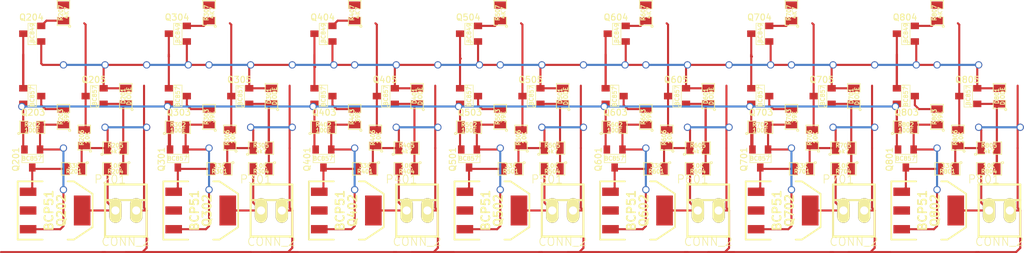
<source format=kicad_pcb>
(kicad_pcb (version 3) (host pcbnew "(2013-03-04 BZR 3984)-stable")
  (layers (15 F.Cu signal) (0 B.Cu signal) (18 B.Paste user) (19 F.Paste user) (20 B.SilkS user) (21 F.SilkS user) (22 B.Mask user) (23 F.Mask user) (28 Edge.Cuts user))
  (net 0 "")
  (net 1 +24V)
  (net 2 +5V)
  (net 3 /frontend2/out)
  (net 4 /frontend3/out)
  (net 5 /frontend4/out)
  (net 6 /frontend5/out)
  (net 7 /frontend6/out)
  (net 8 /frontend7/out)
  (net 9 /frontend8/out)
  (net 10 GND)
  (net 11 N-0000018)
  (net 12 N-0000019)
  (net 13 N-0000020)
  (net 14 N-0000021)
  (net 15 N-0000022)
  (net 16 N-0000023)
  (net 17 N-0000024)
  (net 18 N-0000025)
  (net 19 N-0000026)
  (net 20 N-0000027)
  (net 21 N-0000028)
  (net 22 N-0000029)
  (net 23 N-0000030)
  (net 24 N-0000031)
  (net 25 N-0000032)
  (net 26 N-0000033)
  (net 27 N-0000034)
  (net 28 N-0000035)
  (net 29 N-0000036)
  (net 30 N-0000037)
  (net 31 N-0000038)
  (net 32 N-0000039)
  (net 33 N-0000040)
  (net 34 N-0000041)
  (net 35 N-0000042)
  (net 36 N-0000043)
  (net 37 N-0000044)
  (net 38 N-0000045)
  (net 39 N-0000046)
  (net 40 N-0000047)
  (net 41 N-0000048)
  (net 42 N-0000049)
  (net 43 N-0000050)
  (net 44 N-0000051)
  (net 45 N-0000052)
  (net 46 N-0000053)
  (net 47 N-0000054)
  (net 48 N-0000055)
  (net 49 N-0000056)
  (net 50 N-0000057)
  (net 51 N-0000058)
  (net 52 N-0000059)
  (net 53 N-0000060)
  (net 54 N-0000061)
  (net 55 N-0000062)
  (net 56 N-0000063)
  (net 57 N-0000064)
  (net 58 N-0000065)
  (net 59 N-0000066)
  (module SM0805 (layer F.Cu) (at 81.28 31.75 90)
    (fp_text reference D201 (at 0 -0.3175 90) (layer F.SilkS) (effects (font (size 0.50038 0.50038) (thickness 0.10922))))
    (fp_text value DIODE (at 0 0.381 90) (layer F.SilkS) (effects (font (size 0.50038 0.50038) (thickness 0.10922))))
    (pad 1 smd rect (at -0.9525 0 90) (size 0.889 1.397) (layers F.Cu F.Paste F.Mask) (net 16 N-0000023))
    (pad 2 smd rect (at 0.9525 0 90) (size 0.889 1.397) (layers F.Cu F.Paste F.Mask) (net 2 +5V))
  )
  (module SM0805 (layer F.Cu) (at 76.2 36.83 90)
    (fp_text reference R206 (at 0 -0.3175 90) (layer F.SilkS) (effects (font (size 0.50038 0.50038) (thickness 0.10922))))
    (fp_text value 10K (at 0 0.381 90) (layer F.SilkS) (effects (font (size 0.50038 0.50038) (thickness 0.10922))))
    (pad 1 smd rect (at -0.9525 0 90) (size 0.889 1.397) (layers F.Cu F.Paste F.Mask) (net 10 GND))
    (pad 2 smd rect (at 0.9525 0 90) (size 0.889 1.397) (layers F.Cu F.Paste F.Mask) (net 3 /frontend2/out))
  )
  (module SM0805 (layer F.Cu) (at 80.01 40.64 180)
    (fp_text reference R204 (at 0 -0.3175 180) (layer F.SilkS) (effects (font (size 0.50038 0.50038) (thickness 0.10922))))
    (fp_text value 10K (at 0 0.381 180) (layer F.SilkS) (effects (font (size 0.50038 0.50038) (thickness 0.10922))))
    (pad 1 smd rect (at -0.9525 0 180) (size 0.889 1.397) (layers F.Cu F.Paste F.Mask) (net 16 N-0000023))
    (pad 2 smd rect (at 0.9525 0 180) (size 0.889 1.397) (layers F.Cu F.Paste F.Mask) (net 11 N-0000018))
  )
  (module SM0805 (layer F.Cu) (at 80.01 38.1)
    (fp_text reference R205 (at 0 -0.3175) (layer F.SilkS) (effects (font (size 0.50038 0.50038) (thickness 0.10922))))
    (fp_text value 4k7 (at 0 0.381) (layer F.SilkS) (effects (font (size 0.50038 0.50038) (thickness 0.10922))))
    (pad 1 smd rect (at -0.9525 0) (size 0.889 1.397) (layers F.Cu F.Paste F.Mask) (net 10 GND))
    (pad 2 smd rect (at 0.9525 0) (size 0.889 1.397) (layers F.Cu F.Paste F.Mask) (net 16 N-0000023))
  )
  (module SM0805 (layer F.Cu) (at 74.93 40.64 180)
    (fp_text reference R201 (at 0 -0.3175 180) (layer F.SilkS) (effects (font (size 0.50038 0.50038) (thickness 0.10922))))
    (fp_text value 33K (at 0 0.381 180) (layer F.SilkS) (effects (font (size 0.50038 0.50038) (thickness 0.10922))))
    (pad 1 smd rect (at -0.9525 0 180) (size 0.889 1.397) (layers F.Cu F.Paste F.Mask) (net 10 GND))
    (pad 2 smd rect (at 0.9525 0 180) (size 0.889 1.397) (layers F.Cu F.Paste F.Mask) (net 17 N-0000024))
  )
  (module SM0805 (layer F.Cu) (at 73.66 21.59 90)
    (fp_text reference R207 (at 0 -0.3175 90) (layer F.SilkS) (effects (font (size 0.50038 0.50038) (thickness 0.10922))))
    (fp_text value 4K7 (at 0 0.381 90) (layer F.SilkS) (effects (font (size 0.50038 0.50038) (thickness 0.10922))))
    (pad 1 smd rect (at -0.9525 0 90) (size 0.889 1.397) (layers F.Cu F.Paste F.Mask) (net 13 N-0000020))
    (pad 2 smd rect (at 0.9525 0 90) (size 0.889 1.397) (layers F.Cu F.Paste F.Mask))
  )
  (module SM0805 (layer F.Cu) (at 73.66 34.29 90)
    (fp_text reference R203 (at 0 -0.3175 90) (layer F.SilkS) (effects (font (size 0.50038 0.50038) (thickness 0.10922))))
    (fp_text value 39E (at 0 0.381 90) (layer F.SilkS) (effects (font (size 0.50038 0.50038) (thickness 0.10922))))
    (pad 1 smd rect (at -0.9525 0 90) (size 0.889 1.397) (layers F.Cu F.Paste F.Mask) (net 12 N-0000019))
    (pad 2 smd rect (at 0.9525 0 90) (size 0.889 1.397) (layers F.Cu F.Paste F.Mask) (net 15 N-0000022))
  )
  (module SM0805 (layer F.Cu) (at 69.85 35.56)
    (fp_text reference R202 (at 0 -0.3175) (layer F.SilkS) (effects (font (size 0.50038 0.50038) (thickness 0.10922))))
    (fp_text value 100E (at 0 0.381) (layer F.SilkS) (effects (font (size 0.50038 0.50038) (thickness 0.10922))))
    (pad 1 smd rect (at -0.9525 0) (size 0.889 1.397) (layers F.Cu F.Paste F.Mask) (net 1 +24V))
    (pad 2 smd rect (at 0.9525 0) (size 0.889 1.397) (layers F.Cu F.Paste F.Mask) (net 12 N-0000019))
  )
  (module SOT223 (layer F.Cu) (at 72.644 45.72 270)
    (fp_text reference Q202 (at 0 -0.762 270) (layer F.SilkS) (effects (font (size 1.016 1.016) (thickness 0.2032))))
    (fp_text value BCP51 (at 0 0.762 270) (layer F.SilkS) (effects (font (size 1.016 1.016) (thickness 0.2032))))
    (pad 4 smd rect (at 0 -3.302 270) (size 3.6576 2.032) (layers F.Cu F.Paste F.Mask) (net 11 N-0000018))
    (pad 2 smd rect (at 0 3.302 270) (size 1.016 2.032) (layers F.Cu F.Paste F.Mask))
    (pad 3 smd rect (at 2.286 3.302 270) (size 1.016 2.032) (layers F.Cu F.Paste F.Mask) (net 12 N-0000019))
    (pad 1 smd rect (at -2.286 3.302 270) (size 1.016 2.032) (layers F.Cu F.Paste F.Mask) (net 17 N-0000024))
  )
  (module SOT23 (layer F.Cu) (at 69.85 31.75 270)
    (fp_text reference Q203 (at 1.99898 -0.09906 360) (layer F.SilkS) (effects (font (size 0.762 0.762) (thickness 0.11938))))
    (fp_text value BC857 (at 0.0635 0 270) (layer F.SilkS) (effects (font (size 0.50038 0.50038) (thickness 0.09906))))
    (pad 3 smd rect (at 0 -1.09982 270) (size 0.8001 1.00076) (layers F.Cu F.Paste F.Mask) (net 15 N-0000022))
    (pad 2 smd rect (at 0.9525 1.09982 270) (size 0.8001 1.00076) (layers F.Cu F.Paste F.Mask) (net 1 +24V))
    (pad 1 smd rect (at -0.9525 1.09982 270) (size 0.8001 1.00076) (layers F.Cu F.Paste F.Mask) (net 14 N-0000021))
  )
  (module SOT23 (layer F.Cu) (at 69.85 39.37 180)
    (fp_text reference Q201 (at 1.99898 -0.09906 270) (layer F.SilkS) (effects (font (size 0.762 0.762) (thickness 0.11938))))
    (fp_text value BC857 (at 0.0635 0 180) (layer F.SilkS) (effects (font (size 0.50038 0.50038) (thickness 0.09906))))
    (pad 3 smd rect (at 0 -1.09982 180) (size 0.8001 1.00076) (layers F.Cu F.Paste F.Mask) (net 17 N-0000024))
    (pad 2 smd rect (at 0.9525 1.09982 180) (size 0.8001 1.00076) (layers F.Cu F.Paste F.Mask) (net 1 +24V))
    (pad 1 smd rect (at -0.9525 1.09982 180) (size 0.8001 1.00076) (layers F.Cu F.Paste F.Mask) (net 12 N-0000019))
  )
  (module SOT23 (layer F.Cu) (at 69.85 24.13 90)
    (fp_text reference Q204 (at 1.99898 -0.09906 180) (layer F.SilkS) (effects (font (size 0.762 0.762) (thickness 0.11938))))
    (fp_text value BC849 (at 0.0635 0 90) (layer F.SilkS) (effects (font (size 0.50038 0.50038) (thickness 0.09906))))
    (pad 3 smd rect (at 0 -1.09982 90) (size 0.8001 1.00076) (layers F.Cu F.Paste F.Mask) (net 14 N-0000021))
    (pad 2 smd rect (at 0.9525 1.09982 90) (size 0.8001 1.00076) (layers F.Cu F.Paste F.Mask) (net 13 N-0000020))
    (pad 1 smd rect (at -0.9525 1.09982 90) (size 0.8001 1.00076) (layers F.Cu F.Paste F.Mask) (net 2 +5V))
  )
  (module SOT23 (layer F.Cu) (at 77.47 31.75 90)
    (fp_text reference Q205 (at 1.99898 -0.09906 180) (layer F.SilkS) (effects (font (size 0.762 0.762) (thickness 0.11938))))
    (fp_text value BC857 (at 0.0635 0 90) (layer F.SilkS) (effects (font (size 0.50038 0.50038) (thickness 0.09906))))
    (pad 3 smd rect (at 0 -1.09982 90) (size 0.8001 1.00076) (layers F.Cu F.Paste F.Mask) (net 3 /frontend2/out))
    (pad 2 smd rect (at 0.9525 1.09982 90) (size 0.8001 1.00076) (layers F.Cu F.Paste F.Mask) (net 2 +5V))
    (pad 1 smd rect (at -0.9525 1.09982 90) (size 0.8001 1.00076) (layers F.Cu F.Paste F.Mask) (net 16 N-0000023))
  )
  (module PINHEAD1-2 (layer F.Cu) (at 81.28 45.72)
    (fp_text reference P201 (at -1.905 -3.81) (layer F.SilkS) (effects (font (size 1.016 1.016) (thickness 0.0889))))
    (fp_text value CONN_2 (at 0 3.81) (layer F.SilkS) (effects (font (size 1.016 1.016) (thickness 0.0889))))
    (pad 1 thru_hole oval (at -1.27 0) (size 1.50622 3.01498) (drill 0.998218) (layers *.Cu F.Paste F.SilkS F.Mask) (net 11 N-0000018))
    (pad 2 thru_hole oval (at 1.27 0) (size 1.50622 3.01498) (drill 0.998218) (layers *.Cu F.Paste F.SilkS F.Mask) (net 10 GND))
  )
  (module PINHEAD1-2 (layer F.Cu) (at 99.06 45.72)
    (fp_text reference P301 (at -1.905 -3.81) (layer F.SilkS) (effects (font (size 1.016 1.016) (thickness 0.0889))))
    (fp_text value CONN_2 (at 0 3.81) (layer F.SilkS) (effects (font (size 1.016 1.016) (thickness 0.0889))))
    (pad 1 thru_hole oval (at -1.27 0) (size 1.50622 3.01498) (drill 0.998218) (layers *.Cu F.Paste F.SilkS F.Mask) (net 18 N-0000025))
    (pad 2 thru_hole oval (at 1.27 0) (size 1.50622 3.01498) (drill 0.998218) (layers *.Cu F.Paste F.SilkS F.Mask) (net 10 GND))
  )
  (module SOT23 (layer F.Cu) (at 95.25 31.75 90)
    (fp_text reference Q305 (at 1.99898 -0.09906 180) (layer F.SilkS) (effects (font (size 0.762 0.762) (thickness 0.11938))))
    (fp_text value BC857 (at 0.0635 0 90) (layer F.SilkS) (effects (font (size 0.50038 0.50038) (thickness 0.09906))))
    (pad 3 smd rect (at 0 -1.09982 90) (size 0.8001 1.00076) (layers F.Cu F.Paste F.Mask) (net 4 /frontend3/out))
    (pad 2 smd rect (at 0.9525 1.09982 90) (size 0.8001 1.00076) (layers F.Cu F.Paste F.Mask) (net 2 +5V))
    (pad 1 smd rect (at -0.9525 1.09982 90) (size 0.8001 1.00076) (layers F.Cu F.Paste F.Mask) (net 23 N-0000030))
  )
  (module SOT23 (layer F.Cu) (at 87.63 24.13 90)
    (fp_text reference Q304 (at 1.99898 -0.09906 180) (layer F.SilkS) (effects (font (size 0.762 0.762) (thickness 0.11938))))
    (fp_text value BC849 (at 0.0635 0 90) (layer F.SilkS) (effects (font (size 0.50038 0.50038) (thickness 0.09906))))
    (pad 3 smd rect (at 0 -1.09982 90) (size 0.8001 1.00076) (layers F.Cu F.Paste F.Mask) (net 21 N-0000028))
    (pad 2 smd rect (at 0.9525 1.09982 90) (size 0.8001 1.00076) (layers F.Cu F.Paste F.Mask) (net 20 N-0000027))
    (pad 1 smd rect (at -0.9525 1.09982 90) (size 0.8001 1.00076) (layers F.Cu F.Paste F.Mask) (net 2 +5V))
  )
  (module SOT23 (layer F.Cu) (at 87.63 39.37 180)
    (fp_text reference Q301 (at 1.99898 -0.09906 270) (layer F.SilkS) (effects (font (size 0.762 0.762) (thickness 0.11938))))
    (fp_text value BC857 (at 0.0635 0 180) (layer F.SilkS) (effects (font (size 0.50038 0.50038) (thickness 0.09906))))
    (pad 3 smd rect (at 0 -1.09982 180) (size 0.8001 1.00076) (layers F.Cu F.Paste F.Mask) (net 24 N-0000031))
    (pad 2 smd rect (at 0.9525 1.09982 180) (size 0.8001 1.00076) (layers F.Cu F.Paste F.Mask) (net 1 +24V))
    (pad 1 smd rect (at -0.9525 1.09982 180) (size 0.8001 1.00076) (layers F.Cu F.Paste F.Mask) (net 19 N-0000026))
  )
  (module SOT23 (layer F.Cu) (at 87.63 31.75 270)
    (fp_text reference Q303 (at 1.99898 -0.09906 360) (layer F.SilkS) (effects (font (size 0.762 0.762) (thickness 0.11938))))
    (fp_text value BC857 (at 0.0635 0 270) (layer F.SilkS) (effects (font (size 0.50038 0.50038) (thickness 0.09906))))
    (pad 3 smd rect (at 0 -1.09982 270) (size 0.8001 1.00076) (layers F.Cu F.Paste F.Mask) (net 22 N-0000029))
    (pad 2 smd rect (at 0.9525 1.09982 270) (size 0.8001 1.00076) (layers F.Cu F.Paste F.Mask) (net 1 +24V))
    (pad 1 smd rect (at -0.9525 1.09982 270) (size 0.8001 1.00076) (layers F.Cu F.Paste F.Mask) (net 21 N-0000028))
  )
  (module SOT223 (layer F.Cu) (at 90.424 45.72 270)
    (fp_text reference Q302 (at 0 -0.762 270) (layer F.SilkS) (effects (font (size 1.016 1.016) (thickness 0.2032))))
    (fp_text value BCP51 (at 0 0.762 270) (layer F.SilkS) (effects (font (size 1.016 1.016) (thickness 0.2032))))
    (pad 4 smd rect (at 0 -3.302 270) (size 3.6576 2.032) (layers F.Cu F.Paste F.Mask) (net 18 N-0000025))
    (pad 2 smd rect (at 0 3.302 270) (size 1.016 2.032) (layers F.Cu F.Paste F.Mask))
    (pad 3 smd rect (at 2.286 3.302 270) (size 1.016 2.032) (layers F.Cu F.Paste F.Mask) (net 19 N-0000026))
    (pad 1 smd rect (at -2.286 3.302 270) (size 1.016 2.032) (layers F.Cu F.Paste F.Mask) (net 24 N-0000031))
  )
  (module SM0805 (layer F.Cu) (at 87.63 35.56)
    (fp_text reference R302 (at 0 -0.3175) (layer F.SilkS) (effects (font (size 0.50038 0.50038) (thickness 0.10922))))
    (fp_text value 100E (at 0 0.381) (layer F.SilkS) (effects (font (size 0.50038 0.50038) (thickness 0.10922))))
    (pad 1 smd rect (at -0.9525 0) (size 0.889 1.397) (layers F.Cu F.Paste F.Mask) (net 1 +24V))
    (pad 2 smd rect (at 0.9525 0) (size 0.889 1.397) (layers F.Cu F.Paste F.Mask) (net 19 N-0000026))
  )
  (module SM0805 (layer F.Cu) (at 91.44 34.29 90)
    (fp_text reference R303 (at 0 -0.3175 90) (layer F.SilkS) (effects (font (size 0.50038 0.50038) (thickness 0.10922))))
    (fp_text value 39E (at 0 0.381 90) (layer F.SilkS) (effects (font (size 0.50038 0.50038) (thickness 0.10922))))
    (pad 1 smd rect (at -0.9525 0 90) (size 0.889 1.397) (layers F.Cu F.Paste F.Mask) (net 19 N-0000026))
    (pad 2 smd rect (at 0.9525 0 90) (size 0.889 1.397) (layers F.Cu F.Paste F.Mask) (net 22 N-0000029))
  )
  (module SM0805 (layer F.Cu) (at 91.44 21.59 90)
    (fp_text reference R307 (at 0 -0.3175 90) (layer F.SilkS) (effects (font (size 0.50038 0.50038) (thickness 0.10922))))
    (fp_text value 4K7 (at 0 0.381 90) (layer F.SilkS) (effects (font (size 0.50038 0.50038) (thickness 0.10922))))
    (pad 1 smd rect (at -0.9525 0 90) (size 0.889 1.397) (layers F.Cu F.Paste F.Mask) (net 20 N-0000027))
    (pad 2 smd rect (at 0.9525 0 90) (size 0.889 1.397) (layers F.Cu F.Paste F.Mask))
  )
  (module SM0805 (layer F.Cu) (at 92.71 40.64 180)
    (fp_text reference R301 (at 0 -0.3175 180) (layer F.SilkS) (effects (font (size 0.50038 0.50038) (thickness 0.10922))))
    (fp_text value 33K (at 0 0.381 180) (layer F.SilkS) (effects (font (size 0.50038 0.50038) (thickness 0.10922))))
    (pad 1 smd rect (at -0.9525 0 180) (size 0.889 1.397) (layers F.Cu F.Paste F.Mask) (net 10 GND))
    (pad 2 smd rect (at 0.9525 0 180) (size 0.889 1.397) (layers F.Cu F.Paste F.Mask) (net 24 N-0000031))
  )
  (module SM0805 (layer F.Cu) (at 97.79 38.1)
    (fp_text reference R305 (at 0 -0.3175) (layer F.SilkS) (effects (font (size 0.50038 0.50038) (thickness 0.10922))))
    (fp_text value 4k7 (at 0 0.381) (layer F.SilkS) (effects (font (size 0.50038 0.50038) (thickness 0.10922))))
    (pad 1 smd rect (at -0.9525 0) (size 0.889 1.397) (layers F.Cu F.Paste F.Mask) (net 10 GND))
    (pad 2 smd rect (at 0.9525 0) (size 0.889 1.397) (layers F.Cu F.Paste F.Mask) (net 23 N-0000030))
  )
  (module SM0805 (layer F.Cu) (at 97.79 40.64 180)
    (fp_text reference R304 (at 0 -0.3175 180) (layer F.SilkS) (effects (font (size 0.50038 0.50038) (thickness 0.10922))))
    (fp_text value 10K (at 0 0.381 180) (layer F.SilkS) (effects (font (size 0.50038 0.50038) (thickness 0.10922))))
    (pad 1 smd rect (at -0.9525 0 180) (size 0.889 1.397) (layers F.Cu F.Paste F.Mask) (net 23 N-0000030))
    (pad 2 smd rect (at 0.9525 0 180) (size 0.889 1.397) (layers F.Cu F.Paste F.Mask) (net 18 N-0000025))
  )
  (module SM0805 (layer F.Cu) (at 93.98 36.83 90)
    (fp_text reference R306 (at 0 -0.3175 90) (layer F.SilkS) (effects (font (size 0.50038 0.50038) (thickness 0.10922))))
    (fp_text value 10K (at 0 0.381 90) (layer F.SilkS) (effects (font (size 0.50038 0.50038) (thickness 0.10922))))
    (pad 1 smd rect (at -0.9525 0 90) (size 0.889 1.397) (layers F.Cu F.Paste F.Mask) (net 10 GND))
    (pad 2 smd rect (at 0.9525 0 90) (size 0.889 1.397) (layers F.Cu F.Paste F.Mask) (net 4 /frontend3/out))
  )
  (module SM0805 (layer F.Cu) (at 99.06 31.75 90)
    (fp_text reference D301 (at 0 -0.3175 90) (layer F.SilkS) (effects (font (size 0.50038 0.50038) (thickness 0.10922))))
    (fp_text value DIODE (at 0 0.381 90) (layer F.SilkS) (effects (font (size 0.50038 0.50038) (thickness 0.10922))))
    (pad 1 smd rect (at -0.9525 0 90) (size 0.889 1.397) (layers F.Cu F.Paste F.Mask) (net 23 N-0000030))
    (pad 2 smd rect (at 0.9525 0 90) (size 0.889 1.397) (layers F.Cu F.Paste F.Mask) (net 2 +5V))
  )
  (module SM0805 (layer F.Cu) (at 116.84 31.75 90)
    (fp_text reference D401 (at 0 -0.3175 90) (layer F.SilkS) (effects (font (size 0.50038 0.50038) (thickness 0.10922))))
    (fp_text value DIODE (at 0 0.381 90) (layer F.SilkS) (effects (font (size 0.50038 0.50038) (thickness 0.10922))))
    (pad 1 smd rect (at -0.9525 0 90) (size 0.889 1.397) (layers F.Cu F.Paste F.Mask) (net 29 N-0000036))
    (pad 2 smd rect (at 0.9525 0 90) (size 0.889 1.397) (layers F.Cu F.Paste F.Mask) (net 2 +5V))
  )
  (module SM0805 (layer F.Cu) (at 111.76 36.83 90)
    (fp_text reference R406 (at 0 -0.3175 90) (layer F.SilkS) (effects (font (size 0.50038 0.50038) (thickness 0.10922))))
    (fp_text value 10K (at 0 0.381 90) (layer F.SilkS) (effects (font (size 0.50038 0.50038) (thickness 0.10922))))
    (pad 1 smd rect (at -0.9525 0 90) (size 0.889 1.397) (layers F.Cu F.Paste F.Mask) (net 10 GND))
    (pad 2 smd rect (at 0.9525 0 90) (size 0.889 1.397) (layers F.Cu F.Paste F.Mask) (net 5 /frontend4/out))
  )
  (module SM0805 (layer F.Cu) (at 115.57 40.64 180)
    (fp_text reference R404 (at 0 -0.3175 180) (layer F.SilkS) (effects (font (size 0.50038 0.50038) (thickness 0.10922))))
    (fp_text value 10K (at 0 0.381 180) (layer F.SilkS) (effects (font (size 0.50038 0.50038) (thickness 0.10922))))
    (pad 1 smd rect (at -0.9525 0 180) (size 0.889 1.397) (layers F.Cu F.Paste F.Mask) (net 29 N-0000036))
    (pad 2 smd rect (at 0.9525 0 180) (size 0.889 1.397) (layers F.Cu F.Paste F.Mask) (net 26 N-0000033))
  )
  (module SM0805 (layer F.Cu) (at 115.57 38.1)
    (fp_text reference R405 (at 0 -0.3175) (layer F.SilkS) (effects (font (size 0.50038 0.50038) (thickness 0.10922))))
    (fp_text value 4k7 (at 0 0.381) (layer F.SilkS) (effects (font (size 0.50038 0.50038) (thickness 0.10922))))
    (pad 1 smd rect (at -0.9525 0) (size 0.889 1.397) (layers F.Cu F.Paste F.Mask) (net 10 GND))
    (pad 2 smd rect (at 0.9525 0) (size 0.889 1.397) (layers F.Cu F.Paste F.Mask) (net 29 N-0000036))
  )
  (module SM0805 (layer F.Cu) (at 110.49 40.64 180)
    (fp_text reference R401 (at 0 -0.3175 180) (layer F.SilkS) (effects (font (size 0.50038 0.50038) (thickness 0.10922))))
    (fp_text value 33K (at 0 0.381 180) (layer F.SilkS) (effects (font (size 0.50038 0.50038) (thickness 0.10922))))
    (pad 1 smd rect (at -0.9525 0 180) (size 0.889 1.397) (layers F.Cu F.Paste F.Mask) (net 10 GND))
    (pad 2 smd rect (at 0.9525 0 180) (size 0.889 1.397) (layers F.Cu F.Paste F.Mask) (net 31 N-0000038))
  )
  (module SM0805 (layer F.Cu) (at 109.22 21.59 90)
    (fp_text reference R407 (at 0 -0.3175 90) (layer F.SilkS) (effects (font (size 0.50038 0.50038) (thickness 0.10922))))
    (fp_text value 4K7 (at 0 0.381 90) (layer F.SilkS) (effects (font (size 0.50038 0.50038) (thickness 0.10922))))
    (pad 1 smd rect (at -0.9525 0 90) (size 0.889 1.397) (layers F.Cu F.Paste F.Mask) (net 27 N-0000034))
    (pad 2 smd rect (at 0.9525 0 90) (size 0.889 1.397) (layers F.Cu F.Paste F.Mask))
  )
  (module SM0805 (layer F.Cu) (at 109.22 34.29 90)
    (fp_text reference R403 (at 0 -0.3175 90) (layer F.SilkS) (effects (font (size 0.50038 0.50038) (thickness 0.10922))))
    (fp_text value 39E (at 0 0.381 90) (layer F.SilkS) (effects (font (size 0.50038 0.50038) (thickness 0.10922))))
    (pad 1 smd rect (at -0.9525 0 90) (size 0.889 1.397) (layers F.Cu F.Paste F.Mask) (net 25 N-0000032))
    (pad 2 smd rect (at 0.9525 0 90) (size 0.889 1.397) (layers F.Cu F.Paste F.Mask) (net 30 N-0000037))
  )
  (module SM0805 (layer F.Cu) (at 105.41 35.56)
    (fp_text reference R402 (at 0 -0.3175) (layer F.SilkS) (effects (font (size 0.50038 0.50038) (thickness 0.10922))))
    (fp_text value 100E (at 0 0.381) (layer F.SilkS) (effects (font (size 0.50038 0.50038) (thickness 0.10922))))
    (pad 1 smd rect (at -0.9525 0) (size 0.889 1.397) (layers F.Cu F.Paste F.Mask) (net 1 +24V))
    (pad 2 smd rect (at 0.9525 0) (size 0.889 1.397) (layers F.Cu F.Paste F.Mask) (net 25 N-0000032))
  )
  (module SOT223 (layer F.Cu) (at 108.204 45.72 270)
    (fp_text reference Q402 (at 0 -0.762 270) (layer F.SilkS) (effects (font (size 1.016 1.016) (thickness 0.2032))))
    (fp_text value BCP51 (at 0 0.762 270) (layer F.SilkS) (effects (font (size 1.016 1.016) (thickness 0.2032))))
    (pad 4 smd rect (at 0 -3.302 270) (size 3.6576 2.032) (layers F.Cu F.Paste F.Mask) (net 26 N-0000033))
    (pad 2 smd rect (at 0 3.302 270) (size 1.016 2.032) (layers F.Cu F.Paste F.Mask))
    (pad 3 smd rect (at 2.286 3.302 270) (size 1.016 2.032) (layers F.Cu F.Paste F.Mask) (net 25 N-0000032))
    (pad 1 smd rect (at -2.286 3.302 270) (size 1.016 2.032) (layers F.Cu F.Paste F.Mask) (net 31 N-0000038))
  )
  (module SOT23 (layer F.Cu) (at 105.41 31.75 270)
    (fp_text reference Q403 (at 1.99898 -0.09906 360) (layer F.SilkS) (effects (font (size 0.762 0.762) (thickness 0.11938))))
    (fp_text value BC857 (at 0.0635 0 270) (layer F.SilkS) (effects (font (size 0.50038 0.50038) (thickness 0.09906))))
    (pad 3 smd rect (at 0 -1.09982 270) (size 0.8001 1.00076) (layers F.Cu F.Paste F.Mask) (net 30 N-0000037))
    (pad 2 smd rect (at 0.9525 1.09982 270) (size 0.8001 1.00076) (layers F.Cu F.Paste F.Mask) (net 1 +24V))
    (pad 1 smd rect (at -0.9525 1.09982 270) (size 0.8001 1.00076) (layers F.Cu F.Paste F.Mask) (net 28 N-0000035))
  )
  (module SOT23 (layer F.Cu) (at 105.41 39.37 180)
    (fp_text reference Q401 (at 1.99898 -0.09906 270) (layer F.SilkS) (effects (font (size 0.762 0.762) (thickness 0.11938))))
    (fp_text value BC857 (at 0.0635 0 180) (layer F.SilkS) (effects (font (size 0.50038 0.50038) (thickness 0.09906))))
    (pad 3 smd rect (at 0 -1.09982 180) (size 0.8001 1.00076) (layers F.Cu F.Paste F.Mask) (net 31 N-0000038))
    (pad 2 smd rect (at 0.9525 1.09982 180) (size 0.8001 1.00076) (layers F.Cu F.Paste F.Mask) (net 1 +24V))
    (pad 1 smd rect (at -0.9525 1.09982 180) (size 0.8001 1.00076) (layers F.Cu F.Paste F.Mask) (net 25 N-0000032))
  )
  (module SOT23 (layer F.Cu) (at 105.41 24.13 90)
    (fp_text reference Q404 (at 1.99898 -0.09906 180) (layer F.SilkS) (effects (font (size 0.762 0.762) (thickness 0.11938))))
    (fp_text value BC849 (at 0.0635 0 90) (layer F.SilkS) (effects (font (size 0.50038 0.50038) (thickness 0.09906))))
    (pad 3 smd rect (at 0 -1.09982 90) (size 0.8001 1.00076) (layers F.Cu F.Paste F.Mask) (net 28 N-0000035))
    (pad 2 smd rect (at 0.9525 1.09982 90) (size 0.8001 1.00076) (layers F.Cu F.Paste F.Mask) (net 27 N-0000034))
    (pad 1 smd rect (at -0.9525 1.09982 90) (size 0.8001 1.00076) (layers F.Cu F.Paste F.Mask) (net 2 +5V))
  )
  (module SOT23 (layer F.Cu) (at 113.03 31.75 90)
    (fp_text reference Q405 (at 1.99898 -0.09906 180) (layer F.SilkS) (effects (font (size 0.762 0.762) (thickness 0.11938))))
    (fp_text value BC857 (at 0.0635 0 90) (layer F.SilkS) (effects (font (size 0.50038 0.50038) (thickness 0.09906))))
    (pad 3 smd rect (at 0 -1.09982 90) (size 0.8001 1.00076) (layers F.Cu F.Paste F.Mask) (net 5 /frontend4/out))
    (pad 2 smd rect (at 0.9525 1.09982 90) (size 0.8001 1.00076) (layers F.Cu F.Paste F.Mask) (net 2 +5V))
    (pad 1 smd rect (at -0.9525 1.09982 90) (size 0.8001 1.00076) (layers F.Cu F.Paste F.Mask) (net 29 N-0000036))
  )
  (module PINHEAD1-2 (layer F.Cu) (at 116.84 45.72)
    (fp_text reference P401 (at -1.905 -3.81) (layer F.SilkS) (effects (font (size 1.016 1.016) (thickness 0.0889))))
    (fp_text value CONN_2 (at 0 3.81) (layer F.SilkS) (effects (font (size 1.016 1.016) (thickness 0.0889))))
    (pad 1 thru_hole oval (at -1.27 0) (size 1.50622 3.01498) (drill 0.998218) (layers *.Cu F.Paste F.SilkS F.Mask) (net 47 N-0000054))
    (pad 2 thru_hole oval (at 1.27 0) (size 1.50622 3.01498) (drill 0.998218) (layers *.Cu F.Paste F.SilkS F.Mask) (net 10 GND))
  )
  (module PINHEAD1-2 (layer F.Cu) (at 134.62 45.72)
    (fp_text reference P501 (at -1.905 -3.81) (layer F.SilkS) (effects (font (size 1.016 1.016) (thickness 0.0889))))
    (fp_text value CONN_2 (at 0 3.81) (layer F.SilkS) (effects (font (size 1.016 1.016) (thickness 0.0889))))
    (pad 1 thru_hole oval (at -1.27 0) (size 1.50622 3.01498) (drill 0.998218) (layers *.Cu F.Paste F.SilkS F.Mask) (net 32 N-0000039))
    (pad 2 thru_hole oval (at 1.27 0) (size 1.50622 3.01498) (drill 0.998218) (layers *.Cu F.Paste F.SilkS F.Mask) (net 10 GND))
  )
  (module SOT23 (layer F.Cu) (at 130.81 31.75 90)
    (fp_text reference Q505 (at 1.99898 -0.09906 180) (layer F.SilkS) (effects (font (size 0.762 0.762) (thickness 0.11938))))
    (fp_text value BC857 (at 0.0635 0 90) (layer F.SilkS) (effects (font (size 0.50038 0.50038) (thickness 0.09906))))
    (pad 3 smd rect (at 0 -1.09982 90) (size 0.8001 1.00076) (layers F.Cu F.Paste F.Mask) (net 6 /frontend5/out))
    (pad 2 smd rect (at 0.9525 1.09982 90) (size 0.8001 1.00076) (layers F.Cu F.Paste F.Mask) (net 2 +5V))
    (pad 1 smd rect (at -0.9525 1.09982 90) (size 0.8001 1.00076) (layers F.Cu F.Paste F.Mask) (net 36 N-0000043))
  )
  (module SOT23 (layer F.Cu) (at 123.19 24.13 90)
    (fp_text reference Q504 (at 1.99898 -0.09906 180) (layer F.SilkS) (effects (font (size 0.762 0.762) (thickness 0.11938))))
    (fp_text value BC849 (at 0.0635 0 90) (layer F.SilkS) (effects (font (size 0.50038 0.50038) (thickness 0.09906))))
    (pad 3 smd rect (at 0 -1.09982 90) (size 0.8001 1.00076) (layers F.Cu F.Paste F.Mask) (net 35 N-0000042))
    (pad 2 smd rect (at 0.9525 1.09982 90) (size 0.8001 1.00076) (layers F.Cu F.Paste F.Mask) (net 34 N-0000041))
    (pad 1 smd rect (at -0.9525 1.09982 90) (size 0.8001 1.00076) (layers F.Cu F.Paste F.Mask) (net 2 +5V))
  )
  (module SOT23 (layer F.Cu) (at 123.19 39.37 180)
    (fp_text reference Q501 (at 1.99898 -0.09906 270) (layer F.SilkS) (effects (font (size 0.762 0.762) (thickness 0.11938))))
    (fp_text value BC857 (at 0.0635 0 180) (layer F.SilkS) (effects (font (size 0.50038 0.50038) (thickness 0.09906))))
    (pad 3 smd rect (at 0 -1.09982 180) (size 0.8001 1.00076) (layers F.Cu F.Paste F.Mask) (net 38 N-0000045))
    (pad 2 smd rect (at 0.9525 1.09982 180) (size 0.8001 1.00076) (layers F.Cu F.Paste F.Mask) (net 1 +24V))
    (pad 1 smd rect (at -0.9525 1.09982 180) (size 0.8001 1.00076) (layers F.Cu F.Paste F.Mask) (net 33 N-0000040))
  )
  (module SOT23 (layer F.Cu) (at 123.19 31.75 270)
    (fp_text reference Q503 (at 1.99898 -0.09906 360) (layer F.SilkS) (effects (font (size 0.762 0.762) (thickness 0.11938))))
    (fp_text value BC857 (at 0.0635 0 270) (layer F.SilkS) (effects (font (size 0.50038 0.50038) (thickness 0.09906))))
    (pad 3 smd rect (at 0 -1.09982 270) (size 0.8001 1.00076) (layers F.Cu F.Paste F.Mask) (net 37 N-0000044))
    (pad 2 smd rect (at 0.9525 1.09982 270) (size 0.8001 1.00076) (layers F.Cu F.Paste F.Mask) (net 1 +24V))
    (pad 1 smd rect (at -0.9525 1.09982 270) (size 0.8001 1.00076) (layers F.Cu F.Paste F.Mask) (net 35 N-0000042))
  )
  (module SOT223 (layer F.Cu) (at 125.984 45.72 270)
    (fp_text reference Q502 (at 0 -0.762 270) (layer F.SilkS) (effects (font (size 1.016 1.016) (thickness 0.2032))))
    (fp_text value BCP51 (at 0 0.762 270) (layer F.SilkS) (effects (font (size 1.016 1.016) (thickness 0.2032))))
    (pad 4 smd rect (at 0 -3.302 270) (size 3.6576 2.032) (layers F.Cu F.Paste F.Mask) (net 32 N-0000039))
    (pad 2 smd rect (at 0 3.302 270) (size 1.016 2.032) (layers F.Cu F.Paste F.Mask))
    (pad 3 smd rect (at 2.286 3.302 270) (size 1.016 2.032) (layers F.Cu F.Paste F.Mask) (net 33 N-0000040))
    (pad 1 smd rect (at -2.286 3.302 270) (size 1.016 2.032) (layers F.Cu F.Paste F.Mask) (net 38 N-0000045))
  )
  (module SM0805 (layer F.Cu) (at 123.19 35.56)
    (fp_text reference R502 (at 0 -0.3175) (layer F.SilkS) (effects (font (size 0.50038 0.50038) (thickness 0.10922))))
    (fp_text value 100E (at 0 0.381) (layer F.SilkS) (effects (font (size 0.50038 0.50038) (thickness 0.10922))))
    (pad 1 smd rect (at -0.9525 0) (size 0.889 1.397) (layers F.Cu F.Paste F.Mask) (net 1 +24V))
    (pad 2 smd rect (at 0.9525 0) (size 0.889 1.397) (layers F.Cu F.Paste F.Mask) (net 33 N-0000040))
  )
  (module SM0805 (layer F.Cu) (at 127 34.29 90)
    (fp_text reference R503 (at 0 -0.3175 90) (layer F.SilkS) (effects (font (size 0.50038 0.50038) (thickness 0.10922))))
    (fp_text value 39E (at 0 0.381 90) (layer F.SilkS) (effects (font (size 0.50038 0.50038) (thickness 0.10922))))
    (pad 1 smd rect (at -0.9525 0 90) (size 0.889 1.397) (layers F.Cu F.Paste F.Mask) (net 33 N-0000040))
    (pad 2 smd rect (at 0.9525 0 90) (size 0.889 1.397) (layers F.Cu F.Paste F.Mask) (net 37 N-0000044))
  )
  (module SM0805 (layer F.Cu) (at 127 21.59 90)
    (fp_text reference R507 (at 0 -0.3175 90) (layer F.SilkS) (effects (font (size 0.50038 0.50038) (thickness 0.10922))))
    (fp_text value 4K7 (at 0 0.381 90) (layer F.SilkS) (effects (font (size 0.50038 0.50038) (thickness 0.10922))))
    (pad 1 smd rect (at -0.9525 0 90) (size 0.889 1.397) (layers F.Cu F.Paste F.Mask) (net 34 N-0000041))
    (pad 2 smd rect (at 0.9525 0 90) (size 0.889 1.397) (layers F.Cu F.Paste F.Mask))
  )
  (module SM0805 (layer F.Cu) (at 128.27 40.64 180)
    (fp_text reference R501 (at 0 -0.3175 180) (layer F.SilkS) (effects (font (size 0.50038 0.50038) (thickness 0.10922))))
    (fp_text value 33K (at 0 0.381 180) (layer F.SilkS) (effects (font (size 0.50038 0.50038) (thickness 0.10922))))
    (pad 1 smd rect (at -0.9525 0 180) (size 0.889 1.397) (layers F.Cu F.Paste F.Mask) (net 10 GND))
    (pad 2 smd rect (at 0.9525 0 180) (size 0.889 1.397) (layers F.Cu F.Paste F.Mask) (net 38 N-0000045))
  )
  (module SM0805 (layer F.Cu) (at 133.35 38.1)
    (fp_text reference R505 (at 0 -0.3175) (layer F.SilkS) (effects (font (size 0.50038 0.50038) (thickness 0.10922))))
    (fp_text value 4k7 (at 0 0.381) (layer F.SilkS) (effects (font (size 0.50038 0.50038) (thickness 0.10922))))
    (pad 1 smd rect (at -0.9525 0) (size 0.889 1.397) (layers F.Cu F.Paste F.Mask) (net 10 GND))
    (pad 2 smd rect (at 0.9525 0) (size 0.889 1.397) (layers F.Cu F.Paste F.Mask) (net 36 N-0000043))
  )
  (module SM0805 (layer F.Cu) (at 133.35 40.64 180)
    (fp_text reference R504 (at 0 -0.3175 180) (layer F.SilkS) (effects (font (size 0.50038 0.50038) (thickness 0.10922))))
    (fp_text value 10K (at 0 0.381 180) (layer F.SilkS) (effects (font (size 0.50038 0.50038) (thickness 0.10922))))
    (pad 1 smd rect (at -0.9525 0 180) (size 0.889 1.397) (layers F.Cu F.Paste F.Mask) (net 36 N-0000043))
    (pad 2 smd rect (at 0.9525 0 180) (size 0.889 1.397) (layers F.Cu F.Paste F.Mask) (net 32 N-0000039))
  )
  (module SM0805 (layer F.Cu) (at 129.54 36.83 90)
    (fp_text reference R506 (at 0 -0.3175 90) (layer F.SilkS) (effects (font (size 0.50038 0.50038) (thickness 0.10922))))
    (fp_text value 10K (at 0 0.381 90) (layer F.SilkS) (effects (font (size 0.50038 0.50038) (thickness 0.10922))))
    (pad 1 smd rect (at -0.9525 0 90) (size 0.889 1.397) (layers F.Cu F.Paste F.Mask) (net 10 GND))
    (pad 2 smd rect (at 0.9525 0 90) (size 0.889 1.397) (layers F.Cu F.Paste F.Mask) (net 6 /frontend5/out))
  )
  (module SM0805 (layer F.Cu) (at 134.62 31.75 90)
    (fp_text reference D501 (at 0 -0.3175 90) (layer F.SilkS) (effects (font (size 0.50038 0.50038) (thickness 0.10922))))
    (fp_text value DIODE (at 0 0.381 90) (layer F.SilkS) (effects (font (size 0.50038 0.50038) (thickness 0.10922))))
    (pad 1 smd rect (at -0.9525 0 90) (size 0.889 1.397) (layers F.Cu F.Paste F.Mask) (net 36 N-0000043))
    (pad 2 smd rect (at 0.9525 0 90) (size 0.889 1.397) (layers F.Cu F.Paste F.Mask) (net 2 +5V))
  )
  (module SM0805 (layer F.Cu) (at 187.96 31.75 90)
    (fp_text reference D801 (at 0 -0.3175 90) (layer F.SilkS) (effects (font (size 0.50038 0.50038) (thickness 0.10922))))
    (fp_text value DIODE (at 0 0.381 90) (layer F.SilkS) (effects (font (size 0.50038 0.50038) (thickness 0.10922))))
    (pad 1 smd rect (at -0.9525 0 90) (size 0.889 1.397) (layers F.Cu F.Paste F.Mask) (net 57 N-0000064))
    (pad 2 smd rect (at 0.9525 0 90) (size 0.889 1.397) (layers F.Cu F.Paste F.Mask) (net 2 +5V))
  )
  (module SM0805 (layer F.Cu) (at 182.88 36.83 90)
    (fp_text reference R806 (at 0 -0.3175 90) (layer F.SilkS) (effects (font (size 0.50038 0.50038) (thickness 0.10922))))
    (fp_text value 10K (at 0 0.381 90) (layer F.SilkS) (effects (font (size 0.50038 0.50038) (thickness 0.10922))))
    (pad 1 smd rect (at -0.9525 0 90) (size 0.889 1.397) (layers F.Cu F.Paste F.Mask) (net 10 GND))
    (pad 2 smd rect (at 0.9525 0 90) (size 0.889 1.397) (layers F.Cu F.Paste F.Mask) (net 9 /frontend8/out))
  )
  (module SM0805 (layer F.Cu) (at 186.69 40.64 180)
    (fp_text reference R804 (at 0 -0.3175 180) (layer F.SilkS) (effects (font (size 0.50038 0.50038) (thickness 0.10922))))
    (fp_text value 10K (at 0 0.381 180) (layer F.SilkS) (effects (font (size 0.50038 0.50038) (thickness 0.10922))))
    (pad 1 smd rect (at -0.9525 0 180) (size 0.889 1.397) (layers F.Cu F.Paste F.Mask) (net 57 N-0000064))
    (pad 2 smd rect (at 0.9525 0 180) (size 0.889 1.397) (layers F.Cu F.Paste F.Mask) (net 53 N-0000060))
  )
  (module SM0805 (layer F.Cu) (at 186.69 38.1)
    (fp_text reference R805 (at 0 -0.3175) (layer F.SilkS) (effects (font (size 0.50038 0.50038) (thickness 0.10922))))
    (fp_text value 4k7 (at 0 0.381) (layer F.SilkS) (effects (font (size 0.50038 0.50038) (thickness 0.10922))))
    (pad 1 smd rect (at -0.9525 0) (size 0.889 1.397) (layers F.Cu F.Paste F.Mask) (net 10 GND))
    (pad 2 smd rect (at 0.9525 0) (size 0.889 1.397) (layers F.Cu F.Paste F.Mask) (net 57 N-0000064))
  )
  (module SM0805 (layer F.Cu) (at 181.61 40.64 180)
    (fp_text reference R801 (at 0 -0.3175 180) (layer F.SilkS) (effects (font (size 0.50038 0.50038) (thickness 0.10922))))
    (fp_text value 33K (at 0 0.381 180) (layer F.SilkS) (effects (font (size 0.50038 0.50038) (thickness 0.10922))))
    (pad 1 smd rect (at -0.9525 0 180) (size 0.889 1.397) (layers F.Cu F.Paste F.Mask) (net 10 GND))
    (pad 2 smd rect (at 0.9525 0 180) (size 0.889 1.397) (layers F.Cu F.Paste F.Mask) (net 59 N-0000066))
  )
  (module SM0805 (layer F.Cu) (at 180.34 21.59 90)
    (fp_text reference R807 (at 0 -0.3175 90) (layer F.SilkS) (effects (font (size 0.50038 0.50038) (thickness 0.10922))))
    (fp_text value 4K7 (at 0 0.381 90) (layer F.SilkS) (effects (font (size 0.50038 0.50038) (thickness 0.10922))))
    (pad 1 smd rect (at -0.9525 0 90) (size 0.889 1.397) (layers F.Cu F.Paste F.Mask) (net 55 N-0000062))
    (pad 2 smd rect (at 0.9525 0 90) (size 0.889 1.397) (layers F.Cu F.Paste F.Mask))
  )
  (module SM0805 (layer F.Cu) (at 180.34 34.29 90)
    (fp_text reference R803 (at 0 -0.3175 90) (layer F.SilkS) (effects (font (size 0.50038 0.50038) (thickness 0.10922))))
    (fp_text value 39E (at 0 0.381 90) (layer F.SilkS) (effects (font (size 0.50038 0.50038) (thickness 0.10922))))
    (pad 1 smd rect (at -0.9525 0 90) (size 0.889 1.397) (layers F.Cu F.Paste F.Mask) (net 54 N-0000061))
    (pad 2 smd rect (at 0.9525 0 90) (size 0.889 1.397) (layers F.Cu F.Paste F.Mask) (net 58 N-0000065))
  )
  (module SM0805 (layer F.Cu) (at 176.53 35.56)
    (fp_text reference R802 (at 0 -0.3175) (layer F.SilkS) (effects (font (size 0.50038 0.50038) (thickness 0.10922))))
    (fp_text value 100E (at 0 0.381) (layer F.SilkS) (effects (font (size 0.50038 0.50038) (thickness 0.10922))))
    (pad 1 smd rect (at -0.9525 0) (size 0.889 1.397) (layers F.Cu F.Paste F.Mask) (net 1 +24V))
    (pad 2 smd rect (at 0.9525 0) (size 0.889 1.397) (layers F.Cu F.Paste F.Mask) (net 54 N-0000061))
  )
  (module SOT223 (layer F.Cu) (at 179.324 45.72 270)
    (fp_text reference Q802 (at 0 -0.762 270) (layer F.SilkS) (effects (font (size 1.016 1.016) (thickness 0.2032))))
    (fp_text value BCP51 (at 0 0.762 270) (layer F.SilkS) (effects (font (size 1.016 1.016) (thickness 0.2032))))
    (pad 4 smd rect (at 0 -3.302 270) (size 3.6576 2.032) (layers F.Cu F.Paste F.Mask) (net 53 N-0000060))
    (pad 2 smd rect (at 0 3.302 270) (size 1.016 2.032) (layers F.Cu F.Paste F.Mask))
    (pad 3 smd rect (at 2.286 3.302 270) (size 1.016 2.032) (layers F.Cu F.Paste F.Mask) (net 54 N-0000061))
    (pad 1 smd rect (at -2.286 3.302 270) (size 1.016 2.032) (layers F.Cu F.Paste F.Mask) (net 59 N-0000066))
  )
  (module SOT23 (layer F.Cu) (at 176.53 31.75 270)
    (fp_text reference Q803 (at 1.99898 -0.09906 360) (layer F.SilkS) (effects (font (size 0.762 0.762) (thickness 0.11938))))
    (fp_text value BC857 (at 0.0635 0 270) (layer F.SilkS) (effects (font (size 0.50038 0.50038) (thickness 0.09906))))
    (pad 3 smd rect (at 0 -1.09982 270) (size 0.8001 1.00076) (layers F.Cu F.Paste F.Mask) (net 58 N-0000065))
    (pad 2 smd rect (at 0.9525 1.09982 270) (size 0.8001 1.00076) (layers F.Cu F.Paste F.Mask) (net 1 +24V))
    (pad 1 smd rect (at -0.9525 1.09982 270) (size 0.8001 1.00076) (layers F.Cu F.Paste F.Mask) (net 56 N-0000063))
  )
  (module SOT23 (layer F.Cu) (at 176.53 39.37 180)
    (fp_text reference Q801 (at 1.99898 -0.09906 270) (layer F.SilkS) (effects (font (size 0.762 0.762) (thickness 0.11938))))
    (fp_text value BC857 (at 0.0635 0 180) (layer F.SilkS) (effects (font (size 0.50038 0.50038) (thickness 0.09906))))
    (pad 3 smd rect (at 0 -1.09982 180) (size 0.8001 1.00076) (layers F.Cu F.Paste F.Mask) (net 59 N-0000066))
    (pad 2 smd rect (at 0.9525 1.09982 180) (size 0.8001 1.00076) (layers F.Cu F.Paste F.Mask) (net 1 +24V))
    (pad 1 smd rect (at -0.9525 1.09982 180) (size 0.8001 1.00076) (layers F.Cu F.Paste F.Mask) (net 54 N-0000061))
  )
  (module SOT23 (layer F.Cu) (at 176.53 24.13 90)
    (fp_text reference Q804 (at 1.99898 -0.09906 180) (layer F.SilkS) (effects (font (size 0.762 0.762) (thickness 0.11938))))
    (fp_text value BC849 (at 0.0635 0 90) (layer F.SilkS) (effects (font (size 0.50038 0.50038) (thickness 0.09906))))
    (pad 3 smd rect (at 0 -1.09982 90) (size 0.8001 1.00076) (layers F.Cu F.Paste F.Mask) (net 56 N-0000063))
    (pad 2 smd rect (at 0.9525 1.09982 90) (size 0.8001 1.00076) (layers F.Cu F.Paste F.Mask) (net 55 N-0000062))
    (pad 1 smd rect (at -0.9525 1.09982 90) (size 0.8001 1.00076) (layers F.Cu F.Paste F.Mask) (net 2 +5V))
  )
  (module SOT23 (layer F.Cu) (at 184.15 31.75 90)
    (fp_text reference Q805 (at 1.99898 -0.09906 180) (layer F.SilkS) (effects (font (size 0.762 0.762) (thickness 0.11938))))
    (fp_text value BC857 (at 0.0635 0 90) (layer F.SilkS) (effects (font (size 0.50038 0.50038) (thickness 0.09906))))
    (pad 3 smd rect (at 0 -1.09982 90) (size 0.8001 1.00076) (layers F.Cu F.Paste F.Mask) (net 9 /frontend8/out))
    (pad 2 smd rect (at 0.9525 1.09982 90) (size 0.8001 1.00076) (layers F.Cu F.Paste F.Mask) (net 2 +5V))
    (pad 1 smd rect (at -0.9525 1.09982 90) (size 0.8001 1.00076) (layers F.Cu F.Paste F.Mask) (net 57 N-0000064))
  )
  (module PINHEAD1-2 (layer F.Cu) (at 187.96 45.72)
    (fp_text reference P801 (at -1.905 -3.81) (layer F.SilkS) (effects (font (size 1.016 1.016) (thickness 0.0889))))
    (fp_text value CONN_2 (at 0 3.81) (layer F.SilkS) (effects (font (size 1.016 1.016) (thickness 0.0889))))
    (pad 1 thru_hole oval (at -1.27 0) (size 1.50622 3.01498) (drill 0.998218) (layers *.Cu F.Paste F.SilkS F.Mask) (net 53 N-0000060))
    (pad 2 thru_hole oval (at 1.27 0) (size 1.50622 3.01498) (drill 0.998218) (layers *.Cu F.Paste F.SilkS F.Mask) (net 10 GND))
  )
  (module PINHEAD1-2 (layer F.Cu) (at 170.18 45.72)
    (fp_text reference P701 (at -1.905 -3.81) (layer F.SilkS) (effects (font (size 1.016 1.016) (thickness 0.0889))))
    (fp_text value CONN_2 (at 0 3.81) (layer F.SilkS) (effects (font (size 1.016 1.016) (thickness 0.0889))))
    (pad 1 thru_hole oval (at -1.27 0) (size 1.50622 3.01498) (drill 0.998218) (layers *.Cu F.Paste F.SilkS F.Mask) (net 47 N-0000054))
    (pad 2 thru_hole oval (at 1.27 0) (size 1.50622 3.01498) (drill 0.998218) (layers *.Cu F.Paste F.SilkS F.Mask) (net 10 GND))
  )
  (module SOT23 (layer F.Cu) (at 166.37 31.75 90)
    (fp_text reference Q705 (at 1.99898 -0.09906 180) (layer F.SilkS) (effects (font (size 0.762 0.762) (thickness 0.11938))))
    (fp_text value BC857 (at 0.0635 0 90) (layer F.SilkS) (effects (font (size 0.50038 0.50038) (thickness 0.09906))))
    (pad 3 smd rect (at 0 -1.09982 90) (size 0.8001 1.00076) (layers F.Cu F.Paste F.Mask) (net 8 /frontend7/out))
    (pad 2 smd rect (at 0.9525 1.09982 90) (size 0.8001 1.00076) (layers F.Cu F.Paste F.Mask) (net 2 +5V))
    (pad 1 smd rect (at -0.9525 1.09982 90) (size 0.8001 1.00076) (layers F.Cu F.Paste F.Mask) (net 50 N-0000057))
  )
  (module SOT23 (layer F.Cu) (at 158.75 24.13 90)
    (fp_text reference Q704 (at 1.99898 -0.09906 180) (layer F.SilkS) (effects (font (size 0.762 0.762) (thickness 0.11938))))
    (fp_text value BC849 (at 0.0635 0 90) (layer F.SilkS) (effects (font (size 0.50038 0.50038) (thickness 0.09906))))
    (pad 3 smd rect (at 0 -1.09982 90) (size 0.8001 1.00076) (layers F.Cu F.Paste F.Mask) (net 46 N-0000053))
    (pad 2 smd rect (at 0.9525 1.09982 90) (size 0.8001 1.00076) (layers F.Cu F.Paste F.Mask) (net 49 N-0000056))
    (pad 1 smd rect (at -0.9525 1.09982 90) (size 0.8001 1.00076) (layers F.Cu F.Paste F.Mask) (net 2 +5V))
  )
  (module SOT23 (layer F.Cu) (at 158.75 39.37 180)
    (fp_text reference Q701 (at 1.99898 -0.09906 270) (layer F.SilkS) (effects (font (size 0.762 0.762) (thickness 0.11938))))
    (fp_text value BC857 (at 0.0635 0 180) (layer F.SilkS) (effects (font (size 0.50038 0.50038) (thickness 0.09906))))
    (pad 3 smd rect (at 0 -1.09982 180) (size 0.8001 1.00076) (layers F.Cu F.Paste F.Mask) (net 52 N-0000059))
    (pad 2 smd rect (at 0.9525 1.09982 180) (size 0.8001 1.00076) (layers F.Cu F.Paste F.Mask) (net 1 +24V))
    (pad 1 smd rect (at -0.9525 1.09982 180) (size 0.8001 1.00076) (layers F.Cu F.Paste F.Mask) (net 48 N-0000055))
  )
  (module SOT23 (layer F.Cu) (at 158.75 31.75 270)
    (fp_text reference Q703 (at 1.99898 -0.09906 360) (layer F.SilkS) (effects (font (size 0.762 0.762) (thickness 0.11938))))
    (fp_text value BC857 (at 0.0635 0 270) (layer F.SilkS) (effects (font (size 0.50038 0.50038) (thickness 0.09906))))
    (pad 3 smd rect (at 0 -1.09982 270) (size 0.8001 1.00076) (layers F.Cu F.Paste F.Mask) (net 51 N-0000058))
    (pad 2 smd rect (at 0.9525 1.09982 270) (size 0.8001 1.00076) (layers F.Cu F.Paste F.Mask) (net 1 +24V))
    (pad 1 smd rect (at -0.9525 1.09982 270) (size 0.8001 1.00076) (layers F.Cu F.Paste F.Mask) (net 46 N-0000053))
  )
  (module SOT223 (layer F.Cu) (at 161.544 45.72 270)
    (fp_text reference Q702 (at 0 -0.762 270) (layer F.SilkS) (effects (font (size 1.016 1.016) (thickness 0.2032))))
    (fp_text value BCP51 (at 0 0.762 270) (layer F.SilkS) (effects (font (size 1.016 1.016) (thickness 0.2032))))
    (pad 4 smd rect (at 0 -3.302 270) (size 3.6576 2.032) (layers F.Cu F.Paste F.Mask) (net 47 N-0000054))
    (pad 2 smd rect (at 0 3.302 270) (size 1.016 2.032) (layers F.Cu F.Paste F.Mask))
    (pad 3 smd rect (at 2.286 3.302 270) (size 1.016 2.032) (layers F.Cu F.Paste F.Mask) (net 48 N-0000055))
    (pad 1 smd rect (at -2.286 3.302 270) (size 1.016 2.032) (layers F.Cu F.Paste F.Mask) (net 52 N-0000059))
  )
  (module SM0805 (layer F.Cu) (at 158.75 35.56)
    (fp_text reference R702 (at 0 -0.3175) (layer F.SilkS) (effects (font (size 0.50038 0.50038) (thickness 0.10922))))
    (fp_text value 100E (at 0 0.381) (layer F.SilkS) (effects (font (size 0.50038 0.50038) (thickness 0.10922))))
    (pad 1 smd rect (at -0.9525 0) (size 0.889 1.397) (layers F.Cu F.Paste F.Mask) (net 1 +24V))
    (pad 2 smd rect (at 0.9525 0) (size 0.889 1.397) (layers F.Cu F.Paste F.Mask) (net 48 N-0000055))
  )
  (module SM0805 (layer F.Cu) (at 162.56 34.29 90)
    (fp_text reference R703 (at 0 -0.3175 90) (layer F.SilkS) (effects (font (size 0.50038 0.50038) (thickness 0.10922))))
    (fp_text value 39E (at 0 0.381 90) (layer F.SilkS) (effects (font (size 0.50038 0.50038) (thickness 0.10922))))
    (pad 1 smd rect (at -0.9525 0 90) (size 0.889 1.397) (layers F.Cu F.Paste F.Mask) (net 48 N-0000055))
    (pad 2 smd rect (at 0.9525 0 90) (size 0.889 1.397) (layers F.Cu F.Paste F.Mask) (net 51 N-0000058))
  )
  (module SM0805 (layer F.Cu) (at 162.56 21.59 90)
    (fp_text reference R707 (at 0 -0.3175 90) (layer F.SilkS) (effects (font (size 0.50038 0.50038) (thickness 0.10922))))
    (fp_text value 4K7 (at 0 0.381 90) (layer F.SilkS) (effects (font (size 0.50038 0.50038) (thickness 0.10922))))
    (pad 1 smd rect (at -0.9525 0 90) (size 0.889 1.397) (layers F.Cu F.Paste F.Mask) (net 49 N-0000056))
    (pad 2 smd rect (at 0.9525 0 90) (size 0.889 1.397) (layers F.Cu F.Paste F.Mask))
  )
  (module SM0805 (layer F.Cu) (at 163.83 40.64 180)
    (fp_text reference R701 (at 0 -0.3175 180) (layer F.SilkS) (effects (font (size 0.50038 0.50038) (thickness 0.10922))))
    (fp_text value 33K (at 0 0.381 180) (layer F.SilkS) (effects (font (size 0.50038 0.50038) (thickness 0.10922))))
    (pad 1 smd rect (at -0.9525 0 180) (size 0.889 1.397) (layers F.Cu F.Paste F.Mask) (net 10 GND))
    (pad 2 smd rect (at 0.9525 0 180) (size 0.889 1.397) (layers F.Cu F.Paste F.Mask) (net 52 N-0000059))
  )
  (module SM0805 (layer F.Cu) (at 168.91 38.1)
    (fp_text reference R705 (at 0 -0.3175) (layer F.SilkS) (effects (font (size 0.50038 0.50038) (thickness 0.10922))))
    (fp_text value 4k7 (at 0 0.381) (layer F.SilkS) (effects (font (size 0.50038 0.50038) (thickness 0.10922))))
    (pad 1 smd rect (at -0.9525 0) (size 0.889 1.397) (layers F.Cu F.Paste F.Mask) (net 10 GND))
    (pad 2 smd rect (at 0.9525 0) (size 0.889 1.397) (layers F.Cu F.Paste F.Mask) (net 50 N-0000057))
  )
  (module SM0805 (layer F.Cu) (at 168.91 40.64 180)
    (fp_text reference R704 (at 0 -0.3175 180) (layer F.SilkS) (effects (font (size 0.50038 0.50038) (thickness 0.10922))))
    (fp_text value 10K (at 0 0.381 180) (layer F.SilkS) (effects (font (size 0.50038 0.50038) (thickness 0.10922))))
    (pad 1 smd rect (at -0.9525 0 180) (size 0.889 1.397) (layers F.Cu F.Paste F.Mask) (net 50 N-0000057))
    (pad 2 smd rect (at 0.9525 0 180) (size 0.889 1.397) (layers F.Cu F.Paste F.Mask) (net 47 N-0000054))
  )
  (module SM0805 (layer F.Cu) (at 165.1 36.83 90)
    (fp_text reference R706 (at 0 -0.3175 90) (layer F.SilkS) (effects (font (size 0.50038 0.50038) (thickness 0.10922))))
    (fp_text value 10K (at 0 0.381 90) (layer F.SilkS) (effects (font (size 0.50038 0.50038) (thickness 0.10922))))
    (pad 1 smd rect (at -0.9525 0 90) (size 0.889 1.397) (layers F.Cu F.Paste F.Mask) (net 10 GND))
    (pad 2 smd rect (at 0.9525 0 90) (size 0.889 1.397) (layers F.Cu F.Paste F.Mask) (net 8 /frontend7/out))
  )
  (module SM0805 (layer F.Cu) (at 170.18 31.75 90)
    (fp_text reference D701 (at 0 -0.3175 90) (layer F.SilkS) (effects (font (size 0.50038 0.50038) (thickness 0.10922))))
    (fp_text value DIODE (at 0 0.381 90) (layer F.SilkS) (effects (font (size 0.50038 0.50038) (thickness 0.10922))))
    (pad 1 smd rect (at -0.9525 0 90) (size 0.889 1.397) (layers F.Cu F.Paste F.Mask) (net 50 N-0000057))
    (pad 2 smd rect (at 0.9525 0 90) (size 0.889 1.397) (layers F.Cu F.Paste F.Mask) (net 2 +5V))
  )
  (module SM0805 (layer F.Cu) (at 152.4 31.75 90)
    (fp_text reference D601 (at 0 -0.3175 90) (layer F.SilkS) (effects (font (size 0.50038 0.50038) (thickness 0.10922))))
    (fp_text value DIODE (at 0 0.381 90) (layer F.SilkS) (effects (font (size 0.50038 0.50038) (thickness 0.10922))))
    (pad 1 smd rect (at -0.9525 0 90) (size 0.889 1.397) (layers F.Cu F.Paste F.Mask) (net 43 N-0000050))
    (pad 2 smd rect (at 0.9525 0 90) (size 0.889 1.397) (layers F.Cu F.Paste F.Mask) (net 2 +5V))
  )
  (module SM0805 (layer F.Cu) (at 147.32 36.83 90)
    (fp_text reference R606 (at 0 -0.3175 90) (layer F.SilkS) (effects (font (size 0.50038 0.50038) (thickness 0.10922))))
    (fp_text value 10K (at 0 0.381 90) (layer F.SilkS) (effects (font (size 0.50038 0.50038) (thickness 0.10922))))
    (pad 1 smd rect (at -0.9525 0 90) (size 0.889 1.397) (layers F.Cu F.Paste F.Mask) (net 10 GND))
    (pad 2 smd rect (at 0.9525 0 90) (size 0.889 1.397) (layers F.Cu F.Paste F.Mask) (net 7 /frontend6/out))
  )
  (module SM0805 (layer F.Cu) (at 151.13 40.64 180)
    (fp_text reference R604 (at 0 -0.3175 180) (layer F.SilkS) (effects (font (size 0.50038 0.50038) (thickness 0.10922))))
    (fp_text value 10K (at 0 0.381 180) (layer F.SilkS) (effects (font (size 0.50038 0.50038) (thickness 0.10922))))
    (pad 1 smd rect (at -0.9525 0 180) (size 0.889 1.397) (layers F.Cu F.Paste F.Mask) (net 43 N-0000050))
    (pad 2 smd rect (at 0.9525 0 180) (size 0.889 1.397) (layers F.Cu F.Paste F.Mask) (net 39 N-0000046))
  )
  (module SM0805 (layer F.Cu) (at 151.13 38.1)
    (fp_text reference R605 (at 0 -0.3175) (layer F.SilkS) (effects (font (size 0.50038 0.50038) (thickness 0.10922))))
    (fp_text value 4k7 (at 0 0.381) (layer F.SilkS) (effects (font (size 0.50038 0.50038) (thickness 0.10922))))
    (pad 1 smd rect (at -0.9525 0) (size 0.889 1.397) (layers F.Cu F.Paste F.Mask) (net 10 GND))
    (pad 2 smd rect (at 0.9525 0) (size 0.889 1.397) (layers F.Cu F.Paste F.Mask) (net 43 N-0000050))
  )
  (module SM0805 (layer F.Cu) (at 146.05 40.64 180)
    (fp_text reference R601 (at 0 -0.3175 180) (layer F.SilkS) (effects (font (size 0.50038 0.50038) (thickness 0.10922))))
    (fp_text value 33K (at 0 0.381 180) (layer F.SilkS) (effects (font (size 0.50038 0.50038) (thickness 0.10922))))
    (pad 1 smd rect (at -0.9525 0 180) (size 0.889 1.397) (layers F.Cu F.Paste F.Mask) (net 10 GND))
    (pad 2 smd rect (at 0.9525 0 180) (size 0.889 1.397) (layers F.Cu F.Paste F.Mask) (net 45 N-0000052))
  )
  (module SM0805 (layer F.Cu) (at 144.78 21.59 90)
    (fp_text reference R607 (at 0 -0.3175 90) (layer F.SilkS) (effects (font (size 0.50038 0.50038) (thickness 0.10922))))
    (fp_text value 4K7 (at 0 0.381 90) (layer F.SilkS) (effects (font (size 0.50038 0.50038) (thickness 0.10922))))
    (pad 1 smd rect (at -0.9525 0 90) (size 0.889 1.397) (layers F.Cu F.Paste F.Mask) (net 41 N-0000048))
    (pad 2 smd rect (at 0.9525 0 90) (size 0.889 1.397) (layers F.Cu F.Paste F.Mask))
  )
  (module SM0805 (layer F.Cu) (at 144.78 34.29 90)
    (fp_text reference R603 (at 0 -0.3175 90) (layer F.SilkS) (effects (font (size 0.50038 0.50038) (thickness 0.10922))))
    (fp_text value 39E (at 0 0.381 90) (layer F.SilkS) (effects (font (size 0.50038 0.50038) (thickness 0.10922))))
    (pad 1 smd rect (at -0.9525 0 90) (size 0.889 1.397) (layers F.Cu F.Paste F.Mask) (net 40 N-0000047))
    (pad 2 smd rect (at 0.9525 0 90) (size 0.889 1.397) (layers F.Cu F.Paste F.Mask) (net 44 N-0000051))
  )
  (module SM0805 (layer F.Cu) (at 140.97 35.56)
    (fp_text reference R602 (at 0 -0.3175) (layer F.SilkS) (effects (font (size 0.50038 0.50038) (thickness 0.10922))))
    (fp_text value 100E (at 0 0.381) (layer F.SilkS) (effects (font (size 0.50038 0.50038) (thickness 0.10922))))
    (pad 1 smd rect (at -0.9525 0) (size 0.889 1.397) (layers F.Cu F.Paste F.Mask) (net 1 +24V))
    (pad 2 smd rect (at 0.9525 0) (size 0.889 1.397) (layers F.Cu F.Paste F.Mask) (net 40 N-0000047))
  )
  (module SOT223 (layer F.Cu) (at 143.764 45.72 270)
    (fp_text reference Q602 (at 0 -0.762 270) (layer F.SilkS) (effects (font (size 1.016 1.016) (thickness 0.2032))))
    (fp_text value BCP51 (at 0 0.762 270) (layer F.SilkS) (effects (font (size 1.016 1.016) (thickness 0.2032))))
    (pad 4 smd rect (at 0 -3.302 270) (size 3.6576 2.032) (layers F.Cu F.Paste F.Mask) (net 39 N-0000046))
    (pad 2 smd rect (at 0 3.302 270) (size 1.016 2.032) (layers F.Cu F.Paste F.Mask))
    (pad 3 smd rect (at 2.286 3.302 270) (size 1.016 2.032) (layers F.Cu F.Paste F.Mask) (net 40 N-0000047))
    (pad 1 smd rect (at -2.286 3.302 270) (size 1.016 2.032) (layers F.Cu F.Paste F.Mask) (net 45 N-0000052))
  )
  (module SOT23 (layer F.Cu) (at 140.97 31.75 270)
    (fp_text reference Q603 (at 1.99898 -0.09906 360) (layer F.SilkS) (effects (font (size 0.762 0.762) (thickness 0.11938))))
    (fp_text value BC857 (at 0.0635 0 270) (layer F.SilkS) (effects (font (size 0.50038 0.50038) (thickness 0.09906))))
    (pad 3 smd rect (at 0 -1.09982 270) (size 0.8001 1.00076) (layers F.Cu F.Paste F.Mask) (net 44 N-0000051))
    (pad 2 smd rect (at 0.9525 1.09982 270) (size 0.8001 1.00076) (layers F.Cu F.Paste F.Mask) (net 1 +24V))
    (pad 1 smd rect (at -0.9525 1.09982 270) (size 0.8001 1.00076) (layers F.Cu F.Paste F.Mask) (net 42 N-0000049))
  )
  (module SOT23 (layer F.Cu) (at 140.97 39.37 180)
    (fp_text reference Q601 (at 1.99898 -0.09906 270) (layer F.SilkS) (effects (font (size 0.762 0.762) (thickness 0.11938))))
    (fp_text value BC857 (at 0.0635 0 180) (layer F.SilkS) (effects (font (size 0.50038 0.50038) (thickness 0.09906))))
    (pad 3 smd rect (at 0 -1.09982 180) (size 0.8001 1.00076) (layers F.Cu F.Paste F.Mask) (net 45 N-0000052))
    (pad 2 smd rect (at 0.9525 1.09982 180) (size 0.8001 1.00076) (layers F.Cu F.Paste F.Mask) (net 1 +24V))
    (pad 1 smd rect (at -0.9525 1.09982 180) (size 0.8001 1.00076) (layers F.Cu F.Paste F.Mask) (net 40 N-0000047))
  )
  (module SOT23 (layer F.Cu) (at 141.224 24.13 90)
    (fp_text reference Q604 (at 1.99898 -0.09906 180) (layer F.SilkS) (effects (font (size 0.762 0.762) (thickness 0.11938))))
    (fp_text value BC849 (at 0.0635 0 90) (layer F.SilkS) (effects (font (size 0.50038 0.50038) (thickness 0.09906))))
    (pad 3 smd rect (at 0 -1.09982 90) (size 0.8001 1.00076) (layers F.Cu F.Paste F.Mask) (net 42 N-0000049))
    (pad 2 smd rect (at 0.9525 1.09982 90) (size 0.8001 1.00076) (layers F.Cu F.Paste F.Mask) (net 41 N-0000048))
    (pad 1 smd rect (at -0.9525 1.09982 90) (size 0.8001 1.00076) (layers F.Cu F.Paste F.Mask) (net 2 +5V))
  )
  (module SOT23 (layer F.Cu) (at 148.59 31.75 90)
    (fp_text reference Q605 (at 1.99898 -0.09906 180) (layer F.SilkS) (effects (font (size 0.762 0.762) (thickness 0.11938))))
    (fp_text value BC857 (at 0.0635 0 90) (layer F.SilkS) (effects (font (size 0.50038 0.50038) (thickness 0.09906))))
    (pad 3 smd rect (at 0 -1.09982 90) (size 0.8001 1.00076) (layers F.Cu F.Paste F.Mask) (net 7 /frontend6/out))
    (pad 2 smd rect (at 0.9525 1.09982 90) (size 0.8001 1.00076) (layers F.Cu F.Paste F.Mask) (net 2 +5V))
    (pad 1 smd rect (at -0.9525 1.09982 90) (size 0.8001 1.00076) (layers F.Cu F.Paste F.Mask) (net 43 N-0000050))
  )
  (module PINHEAD1-2 (layer F.Cu) (at 152.4 45.72)
    (fp_text reference P601 (at -1.905 -3.81) (layer F.SilkS) (effects (font (size 1.016 1.016) (thickness 0.0889))))
    (fp_text value CONN_2 (at 0 3.81) (layer F.SilkS) (effects (font (size 1.016 1.016) (thickness 0.0889))))
    (pad 1 thru_hole oval (at -1.27 0) (size 1.50622 3.01498) (drill 0.998218) (layers *.Cu F.Paste F.SilkS F.Mask) (net 39 N-0000046))
    (pad 2 thru_hole oval (at 1.27 0) (size 1.50622 3.01498) (drill 0.998218) (layers *.Cu F.Paste F.SilkS F.Mask) (net 10 GND))
  )
  (segment (start 86.53018 32.7025) (end 86.53018 32.84982) (width 0.254) (layer F.Cu) (net 1))
  (segment (start 86.53018 32.84982) (end 86.36 33.02) (width 0.254) (layer F.Cu) (net 1))
  (segment (start 86.36 33.02) (end 86.53018 32.7025) (width 0.254) (layer F.Cu) (net 1))
  (segment (start 86.6775 38.27018) (end 86.6775 35.56) (width 0.254) (layer F.Cu) (net 1))
  (via (at 121.92 33.02) (size 0.889) (layers F.Cu B.Cu) (net 1))
  (segment (start 122.09018 32.7025) (end 122.09018 32.84982) (width 0.254) (layer F.Cu) (net 1))
  (segment (start 122.09018 32.84982) (end 121.92 33.02) (width 0.254) (layer F.Cu) (net 1))
  (via (at 104.14 33.02) (size 0.889) (layers F.Cu B.Cu) (net 1))
  (segment (start 104.31018 32.7025) (end 104.31018 32.84982) (width 0.254) (layer F.Cu) (net 1))
  (segment (start 104.31018 32.84982) (end 104.14 33.02) (width 0.254) (layer F.Cu) (net 1))
  (via (at 86.36 33.02) (size 0.889) (layers F.Cu B.Cu) (net 1))
  (segment (start 86.53018 32.84982) (end 86.36 33.02) (width 0.254) (layer F.Cu) (net 1))
  (via (at 68.58 33.02) (size 0.889) (layers F.Cu B.Cu) (net 1))
  (segment (start 68.58 33.02) (end 68.75018 32.84982) (width 0.254) (layer F.Cu) (net 1))
  (segment (start 68.75018 32.84982) (end 68.75018 32.7025) (width 0.254) (layer F.Cu) (net 1))
  (segment (start 86.36 33.02) (end 68.58 33.02) (width 0.254) (layer B.Cu) (net 1))
  (segment (start 139.7 33.02) (end 121.92 33.02) (width 0.254) (layer B.Cu) (net 1))
  (segment (start 121.92 33.02) (end 104.14 33.02) (width 0.254) (layer B.Cu) (net 1))
  (segment (start 104.14 33.02) (end 86.36 33.02) (width 0.254) (layer B.Cu) (net 1))
  (segment (start 157.48 33.02) (end 175.26 33.02) (width 0.254) (layer B.Cu) (net 1))
  (segment (start 175.43018 32.84982) (end 175.43018 32.7025) (width 0.254) (layer F.Cu) (net 1))
  (segment (start 175.26 33.02) (end 175.43018 32.84982) (width 0.254) (layer F.Cu) (net 1))
  (via (at 175.26 33.02) (size 0.889) (layers F.Cu B.Cu) (net 1))
  (segment (start 157.65018 32.7025) (end 157.65018 32.84982) (width 0.254) (layer F.Cu) (net 1))
  (segment (start 139.87018 32.84982) (end 139.87018 32.7025) (width 0.254) (layer F.Cu) (net 1))
  (segment (start 139.7 33.02) (end 139.87018 32.84982) (width 0.254) (layer F.Cu) (net 1))
  (via (at 139.7 33.02) (size 0.889) (layers F.Cu B.Cu) (net 1))
  (segment (start 157.48 33.02) (end 139.7 33.02) (width 0.254) (layer B.Cu) (net 1))
  (via (at 157.48 33.02) (size 0.889) (layers F.Cu B.Cu) (net 1))
  (segment (start 157.65018 32.84982) (end 157.48 33.02) (width 0.254) (layer F.Cu) (net 1))
  (segment (start 175.43018 32.7025) (end 175.43018 35.41268) (width 0.254) (layer F.Cu) (net 1))
  (segment (start 175.43018 35.41268) (end 175.5775 35.56) (width 0.254) (layer F.Cu) (net 1))
  (segment (start 157.7975 35.56) (end 157.7975 38.27018) (width 0.254) (layer F.Cu) (net 1))
  (segment (start 68.75018 38.12286) (end 68.8975 38.27018) (width 0.254) (layer F.Cu) (net 1))
  (segment (start 68.75018 32.7025) (end 68.75018 38.12286) (width 0.254) (layer F.Cu) (net 1))
  (segment (start 86.53018 32.7025) (end 86.53018 38.12286) (width 0.254) (layer F.Cu) (net 1))
  (segment (start 86.53018 38.12286) (end 86.6775 38.27018) (width 0.254) (layer F.Cu) (net 1))
  (segment (start 104.31018 38.12286) (end 104.4575 38.27018) (width 0.254) (layer F.Cu) (net 1))
  (segment (start 104.31018 32.7025) (end 104.31018 38.12286) (width 0.254) (layer F.Cu) (net 1))
  (segment (start 122.09018 32.7025) (end 122.09018 38.12286) (width 0.254) (layer F.Cu) (net 1))
  (segment (start 122.09018 38.12286) (end 122.2375 38.27018) (width 0.254) (layer F.Cu) (net 1))
  (segment (start 175.43018 38.12286) (end 175.5775 38.27018) (width 0.254) (layer F.Cu) (net 1))
  (segment (start 175.43018 32.7025) (end 175.43018 38.12286) (width 0.254) (layer F.Cu) (net 1))
  (segment (start 157.65018 32.7025) (end 157.65018 38.12286) (width 0.254) (layer F.Cu) (net 1))
  (segment (start 157.65018 38.12286) (end 157.7975 38.27018) (width 0.254) (layer F.Cu) (net 1))
  (segment (start 139.87018 38.12286) (end 140.0175 38.27018) (width 0.254) (layer F.Cu) (net 1))
  (segment (start 139.87018 32.7025) (end 139.87018 38.12286) (width 0.254) (layer F.Cu) (net 1))
  (via (at 78.74 27.94) (size 0.889) (layers F.Cu B.Cu) (net 2))
  (segment (start 70.94982 25.0825) (end 70.94982 27.76982) (width 0.254) (layer F.Cu) (net 2))
  (segment (start 71.12 27.94) (end 70.94982 27.76982) (width 0.254) (layer F.Cu) (net 2))
  (segment (start 73.66 27.94) (end 71.12 27.94) (width 0.254) (layer F.Cu) (net 2))
  (via (at 73.66 27.94) (size 0.889) (layers F.Cu B.Cu) (net 2))
  (segment (start 73.66 27.94) (end 78.74 27.94) (width 0.254) (layer B.Cu) (net 2))
  (segment (start 88.72982 25.0825) (end 88.72982 27.76982) (width 0.254) (layer F.Cu) (net 2))
  (segment (start 88.72982 27.76982) (end 88.9 27.94) (width 0.254) (layer F.Cu) (net 2))
  (via (at 96.52 27.94) (size 0.889) (layers F.Cu B.Cu) (net 2))
  (segment (start 78.74 27.94) (end 83.82 27.94) (width 0.254) (layer F.Cu) (net 2))
  (via (at 83.82 27.94) (size 0.889) (layers F.Cu B.Cu) (net 2))
  (segment (start 88.9 27.94) (end 83.82 27.94) (width 0.254) (layer B.Cu) (net 2))
  (via (at 88.9 27.94) (size 0.889) (layers F.Cu B.Cu) (net 2))
  (segment (start 91.44 27.94) (end 88.9 27.94) (width 0.254) (layer F.Cu) (net 2))
  (via (at 91.44 27.94) (size 0.889) (layers F.Cu B.Cu) (net 2))
  (segment (start 91.44 27.94) (end 96.52 27.94) (width 0.254) (layer B.Cu) (net 2))
  (segment (start 106.50982 25.0825) (end 106.50982 27.76982) (width 0.254) (layer F.Cu) (net 2))
  (segment (start 106.50982 27.76982) (end 106.68 27.94) (width 0.254) (layer F.Cu) (net 2))
  (segment (start 109.22 27.94) (end 106.68 27.94) (width 0.254) (layer F.Cu) (net 2))
  (via (at 114.3 27.94) (size 0.889) (layers F.Cu B.Cu) (net 2))
  (segment (start 114.3 27.94) (end 109.22 27.94) (width 0.254) (layer B.Cu) (net 2))
  (via (at 109.22 27.94) (size 0.889) (layers F.Cu B.Cu) (net 2))
  (segment (start 101.6 27.94) (end 96.52 27.94) (width 0.254) (layer F.Cu) (net 2))
  (via (at 106.68 27.94) (size 0.889) (layers F.Cu B.Cu) (net 2))
  (segment (start 106.68 27.94) (end 101.6 27.94) (width 0.254) (layer B.Cu) (net 2))
  (via (at 101.6 27.94) (size 0.889) (layers F.Cu B.Cu) (net 2))
  (segment (start 124.28982 25.0825) (end 124.28982 27.76982) (width 0.254) (layer F.Cu) (net 2))
  (segment (start 124.28982 27.76982) (end 124.46 27.94) (width 0.254) (layer F.Cu) (net 2))
  (via (at 132.08 27.94) (size 0.889) (layers F.Cu B.Cu) (net 2))
  (segment (start 114.3 27.94) (end 119.38 27.94) (width 0.254) (layer F.Cu) (net 2))
  (via (at 119.38 27.94) (size 0.889) (layers F.Cu B.Cu) (net 2))
  (segment (start 124.46 27.94) (end 119.38 27.94) (width 0.254) (layer B.Cu) (net 2))
  (via (at 124.46 27.94) (size 0.889) (layers F.Cu B.Cu) (net 2))
  (segment (start 127 27.94) (end 124.46 27.94) (width 0.254) (layer F.Cu) (net 2))
  (via (at 127 27.94) (size 0.889) (layers F.Cu B.Cu) (net 2))
  (segment (start 127 27.94) (end 132.08 27.94) (width 0.254) (layer B.Cu) (net 2))
  (segment (start 142.32382 25.0825) (end 142.32382 27.85618) (width 0.254) (layer F.Cu) (net 2))
  (segment (start 142.32382 27.85618) (end 142.24 27.94) (width 0.254) (layer F.Cu) (net 2))
  (via (at 149.86 27.94) (size 0.889) (layers F.Cu B.Cu) (net 2))
  (segment (start 132.08 27.94) (end 137.16 27.94) (width 0.254) (layer F.Cu) (net 2))
  (via (at 142.24 27.94) (size 0.889) (layers F.Cu B.Cu) (net 2))
  (segment (start 142.24 27.94) (end 137.16 27.94) (width 0.254) (layer B.Cu) (net 2))
  (via (at 137.16 27.94) (size 0.889) (layers F.Cu B.Cu) (net 2))
  (segment (start 144.78 27.94) (end 142.24 27.94) (width 0.254) (layer F.Cu) (net 2))
  (via (at 144.78 27.94) (size 0.889) (layers F.Cu B.Cu) (net 2))
  (segment (start 144.78 27.94) (end 149.86 27.94) (width 0.254) (layer B.Cu) (net 2))
  (segment (start 160.02 27.94) (end 160.02 25.25268) (width 0.254) (layer F.Cu) (net 2))
  (segment (start 160.02 25.25268) (end 159.84982 25.0825) (width 0.254) (layer F.Cu) (net 2))
  (via (at 167.64 27.94) (size 0.889) (layers F.Cu B.Cu) (net 2))
  (segment (start 149.86 27.94) (end 154.94 27.94) (width 0.254) (layer F.Cu) (net 2))
  (via (at 160.02 27.94) (size 0.889) (layers F.Cu B.Cu) (net 2))
  (segment (start 160.02 27.94) (end 154.94 27.94) (width 0.254) (layer B.Cu) (net 2))
  (via (at 154.94 27.94) (size 0.889) (layers F.Cu B.Cu) (net 2))
  (segment (start 162.56 27.94) (end 160.02 27.94) (width 0.254) (layer F.Cu) (net 2))
  (via (at 162.56 27.94) (size 0.889) (layers F.Cu B.Cu) (net 2))
  (segment (start 162.56 27.94) (end 167.64 27.94) (width 0.254) (layer B.Cu) (net 2))
  (via (at 177.8 27.94) (size 0.889) (layers F.Cu B.Cu) (net 2))
  (segment (start 172.72 27.94) (end 177.8 27.94) (width 0.254) (layer B.Cu) (net 2))
  (via (at 172.72 27.94) (size 0.889) (layers F.Cu B.Cu) (net 2))
  (segment (start 167.64 27.94) (end 172.72 27.94) (width 0.254) (layer F.Cu) (net 2))
  (segment (start 177.8 27.94) (end 177.8 25.25268) (width 0.254) (layer F.Cu) (net 2))
  (segment (start 177.8 25.25268) (end 177.62982 25.0825) (width 0.254) (layer F.Cu) (net 2))
  (segment (start 185.24982 28.11018) (end 185.42 27.94) (width 0.254) (layer F.Cu) (net 2))
  (segment (start 180.34 27.94) (end 177.8 27.94) (width 0.254) (layer F.Cu) (net 2))
  (segment (start 185.24982 30.7975) (end 185.24982 28.11018) (width 0.254) (layer F.Cu) (net 2))
  (via (at 180.34 27.94) (size 0.889) (layers F.Cu B.Cu) (net 2))
  (segment (start 185.42 27.94) (end 180.34 27.94) (width 0.254) (layer B.Cu) (net 2))
  (via (at 185.42 27.94) (size 0.889) (layers F.Cu B.Cu) (net 2))
  (segment (start 78.56982 30.7975) (end 78.56982 28.11018) (width 0.254) (layer F.Cu) (net 2))
  (segment (start 78.56982 28.11018) (end 78.74 27.94) (width 0.254) (layer F.Cu) (net 2))
  (segment (start 78.56982 30.7975) (end 81.28 30.7975) (width 0.254) (layer F.Cu) (net 2))
  (segment (start 96.34982 30.7975) (end 99.06 30.7975) (width 0.254) (layer F.Cu) (net 2))
  (segment (start 96.34982 28.11018) (end 96.52 27.94) (width 0.254) (layer F.Cu) (net 2))
  (segment (start 96.34982 30.7975) (end 96.34982 28.11018) (width 0.254) (layer F.Cu) (net 2))
  (segment (start 114.12982 30.7975) (end 114.12982 28.11018) (width 0.254) (layer F.Cu) (net 2))
  (segment (start 114.12982 28.11018) (end 114.3 27.94) (width 0.254) (layer F.Cu) (net 2))
  (segment (start 114.12982 30.7975) (end 116.84 30.7975) (width 0.254) (layer F.Cu) (net 2))
  (segment (start 131.90982 30.7975) (end 134.62 30.7975) (width 0.254) (layer F.Cu) (net 2))
  (segment (start 131.90982 28.11018) (end 132.08 27.94) (width 0.254) (layer F.Cu) (net 2))
  (segment (start 131.90982 30.7975) (end 131.90982 28.11018) (width 0.254) (layer F.Cu) (net 2))
  (segment (start 185.24982 30.7975) (end 187.96 30.7975) (width 0.254) (layer F.Cu) (net 2))
  (segment (start 167.46982 30.7975) (end 170.18 30.7975) (width 0.254) (layer F.Cu) (net 2))
  (segment (start 167.46982 28.11018) (end 167.64 27.94) (width 0.254) (layer F.Cu) (net 2))
  (segment (start 167.46982 30.7975) (end 167.46982 28.11018) (width 0.254) (layer F.Cu) (net 2))
  (segment (start 149.68982 30.7975) (end 149.68982 28.11018) (width 0.254) (layer F.Cu) (net 2))
  (segment (start 149.68982 28.11018) (end 149.86 27.94) (width 0.254) (layer F.Cu) (net 2))
  (segment (start 149.68982 30.7975) (end 152.4 30.7975) (width 0.254) (layer F.Cu) (net 2))
  (segment (start 76.37018 31.75) (end 76.37018 23.03018) (width 0.254) (layer F.Cu) (net 3))
  (segment (start 76.37018 23.03018) (end 76.2 22.86) (width 0.254) (layer F.Cu) (net 3))
  (segment (start 76.37018 31.75) (end 76.37018 35.70732) (width 0.254) (layer F.Cu) (net 3))
  (segment (start 76.37018 35.70732) (end 76.2 35.8775) (width 0.254) (layer F.Cu) (net 3))
  (segment (start 94.15018 35.70732) (end 93.98 35.8775) (width 0.254) (layer F.Cu) (net 4))
  (segment (start 94.15018 31.75) (end 94.15018 35.70732) (width 0.254) (layer F.Cu) (net 4))
  (segment (start 94.15018 23.03018) (end 93.98 22.86) (width 0.254) (layer F.Cu) (net 4))
  (segment (start 94.15018 31.75) (end 94.15018 23.03018) (width 0.254) (layer F.Cu) (net 4))
  (segment (start 111.93018 31.75) (end 111.93018 23.03018) (width 0.254) (layer F.Cu) (net 5))
  (segment (start 111.93018 23.03018) (end 111.76 22.86) (width 0.254) (layer F.Cu) (net 5))
  (segment (start 111.93018 31.75) (end 111.93018 35.70732) (width 0.254) (layer F.Cu) (net 5))
  (segment (start 111.93018 35.70732) (end 111.76 35.8775) (width 0.254) (layer F.Cu) (net 5))
  (segment (start 129.71018 35.70732) (end 129.54 35.8775) (width 0.254) (layer F.Cu) (net 6))
  (segment (start 129.71018 31.75) (end 129.71018 35.70732) (width 0.254) (layer F.Cu) (net 6))
  (segment (start 129.71018 23.03018) (end 129.54 22.86) (width 0.254) (layer F.Cu) (net 6))
  (segment (start 129.71018 31.75) (end 129.71018 23.03018) (width 0.254) (layer F.Cu) (net 6))
  (segment (start 147.49018 31.75) (end 147.49018 23.03018) (width 0.254) (layer F.Cu) (net 7))
  (segment (start 147.49018 23.03018) (end 147.32 22.86) (width 0.254) (layer F.Cu) (net 7))
  (segment (start 147.49018 31.75) (end 147.49018 35.70732) (width 0.254) (layer F.Cu) (net 7))
  (segment (start 147.49018 35.70732) (end 147.32 35.8775) (width 0.254) (layer F.Cu) (net 7))
  (segment (start 165.27018 35.70732) (end 165.1 35.8775) (width 0.254) (layer F.Cu) (net 8))
  (segment (start 165.27018 31.75) (end 165.27018 35.70732) (width 0.254) (layer F.Cu) (net 8))
  (segment (start 165.27018 23.03018) (end 165.1 22.86) (width 0.254) (layer F.Cu) (net 8))
  (segment (start 165.27018 31.75) (end 165.27018 23.03018) (width 0.254) (layer F.Cu) (net 8))
  (segment (start 183.05018 31.75) (end 183.05018 23.03018) (width 0.254) (layer F.Cu) (net 9))
  (segment (start 183.05018 23.03018) (end 182.88 22.86) (width 0.254) (layer F.Cu) (net 9))
  (segment (start 183.05018 31.75) (end 183.05018 35.70732) (width 0.254) (layer F.Cu) (net 9))
  (segment (start 183.05018 35.70732) (end 182.88 35.8775) (width 0.254) (layer F.Cu) (net 9))
  (segment (start 84.455 50.8) (end 81.28 50.8) (width 0.254) (layer F.Cu) (net 10))
  (segment (start 96.52 50.8) (end 84.455 50.8) (width 0.254) (layer F.Cu) (net 10))
  (segment (start 84.455 50.8) (end 83.82 50.8) (width 0.254) (layer F.Cu) (net 10))
  (segment (start 83.5025 35.56) (end 83.82 35.56) (width 0.254) (layer F.Cu) (net 10))
  (segment (start 79.0575 35.8775) (end 79.0575 38.1) (width 0.254) (layer F.Cu) (net 10))
  (segment (start 78.74 35.56) (end 79.0575 35.8775) (width 0.254) (layer F.Cu) (net 10))
  (via (at 78.74 35.56) (size 0.889) (layers F.Cu B.Cu) (net 10))
  (segment (start 83.82 35.56) (end 78.74 35.56) (width 0.254) (layer B.Cu) (net 10))
  (via (at 83.82 35.56) (size 0.889) (layers F.Cu B.Cu) (net 10))
  (segment (start 78.74 50.8) (end 66.04 50.8) (width 0.254) (layer F.Cu) (net 10))
  (segment (start 79.0575 38.1) (end 75.8825 38.1) (width 0.254) (layer F.Cu) (net 10))
  (segment (start 75.8825 38.1) (end 75.8825 40.64) (width 0.254) (layer F.Cu) (net 10))
  (segment (start 83.82 45.72) (end 83.5025 45.4025) (width 0.254) (layer F.Cu) (net 10))
  (segment (start 83.5025 45.4025) (end 83.5025 38.1) (width 0.254) (layer F.Cu) (net 10))
  (segment (start 82.55 45.72) (end 83.82 45.72) (width 0.254) (layer F.Cu) (net 10))
  (segment (start 83.5025 30.48) (end 83.5025 35.56) (width 0.254) (layer F.Cu) (net 10))
  (segment (start 83.5025 35.56) (end 83.5025 38.1) (width 0.254) (layer F.Cu) (net 10))
  (segment (start 83.312 50.8) (end 83.82 50.292) (width 0.254) (layer F.Cu) (net 10))
  (segment (start 81.28 50.8) (end 83.312 50.8) (width 0.254) (layer F.Cu) (net 10))
  (segment (start 83.82 50.292) (end 83.82 45.72) (width 0.254) (layer F.Cu) (net 10))
  (segment (start 78.4225 50.8) (end 78.74 50.8) (width 0.254) (layer F.Cu) (net 10))
  (segment (start 78.74 50.8) (end 81.28 50.8) (width 0.254) (layer F.Cu) (net 10))
  (segment (start 135.255 50.8) (end 139.065 50.8) (width 0.254) (layer F.Cu) (net 10))
  (segment (start 96.52 50.8) (end 99.06 50.8) (width 0.254) (layer F.Cu) (net 10))
  (segment (start 96.2025 50.8) (end 96.52 50.8) (width 0.254) (layer F.Cu) (net 10))
  (segment (start 101.6 50.292) (end 101.6 45.72) (width 0.254) (layer F.Cu) (net 10))
  (segment (start 99.06 50.8) (end 101.092 50.8) (width 0.254) (layer F.Cu) (net 10))
  (segment (start 101.092 50.8) (end 101.6 50.292) (width 0.254) (layer F.Cu) (net 10))
  (segment (start 101.2825 35.56) (end 101.2825 38.1) (width 0.254) (layer F.Cu) (net 10))
  (segment (start 101.2825 30.48) (end 101.2825 35.56) (width 0.254) (layer F.Cu) (net 10))
  (segment (start 100.33 45.72) (end 101.6 45.72) (width 0.254) (layer F.Cu) (net 10))
  (segment (start 101.2825 45.4025) (end 101.2825 38.1) (width 0.254) (layer F.Cu) (net 10))
  (segment (start 101.6 45.72) (end 101.2825 45.4025) (width 0.254) (layer F.Cu) (net 10))
  (segment (start 93.6625 38.1) (end 93.6625 40.64) (width 0.254) (layer F.Cu) (net 10))
  (segment (start 96.8375 38.1) (end 93.6625 38.1) (width 0.254) (layer F.Cu) (net 10))
  (segment (start 96.52 50.8) (end 83.82 50.8) (width 0.254) (layer F.Cu) (net 10))
  (via (at 101.6 35.56) (size 0.889) (layers F.Cu B.Cu) (net 10))
  (segment (start 101.6 35.56) (end 96.52 35.56) (width 0.254) (layer B.Cu) (net 10))
  (via (at 96.52 35.56) (size 0.889) (layers F.Cu B.Cu) (net 10))
  (segment (start 96.52 35.56) (end 96.8375 35.8775) (width 0.254) (layer F.Cu) (net 10))
  (segment (start 96.8375 35.8775) (end 96.8375 38.1) (width 0.254) (layer F.Cu) (net 10))
  (segment (start 101.2825 35.56) (end 101.6 35.56) (width 0.254) (layer F.Cu) (net 10))
  (segment (start 119.0625 35.56) (end 119.38 35.56) (width 0.254) (layer F.Cu) (net 10))
  (segment (start 114.6175 35.8775) (end 114.6175 38.1) (width 0.254) (layer F.Cu) (net 10))
  (segment (start 114.3 35.56) (end 114.6175 35.8775) (width 0.254) (layer F.Cu) (net 10))
  (via (at 114.3 35.56) (size 0.889) (layers F.Cu B.Cu) (net 10))
  (segment (start 119.38 35.56) (end 114.3 35.56) (width 0.254) (layer B.Cu) (net 10))
  (via (at 119.38 35.56) (size 0.889) (layers F.Cu B.Cu) (net 10))
  (segment (start 102.235 50.8) (end 101.6 50.8) (width 0.254) (layer F.Cu) (net 10))
  (segment (start 114.3 50.8) (end 102.235 50.8) (width 0.254) (layer F.Cu) (net 10))
  (segment (start 114.6175 38.1) (end 111.4425 38.1) (width 0.254) (layer F.Cu) (net 10))
  (segment (start 111.4425 38.1) (end 111.4425 40.64) (width 0.254) (layer F.Cu) (net 10))
  (segment (start 119.38 45.72) (end 119.0625 45.4025) (width 0.254) (layer F.Cu) (net 10))
  (segment (start 119.0625 45.4025) (end 119.0625 38.1) (width 0.254) (layer F.Cu) (net 10))
  (segment (start 118.11 45.72) (end 119.38 45.72) (width 0.254) (layer F.Cu) (net 10))
  (segment (start 119.0625 30.48) (end 119.0625 35.56) (width 0.254) (layer F.Cu) (net 10))
  (segment (start 119.0625 35.56) (end 119.0625 38.1) (width 0.254) (layer F.Cu) (net 10))
  (segment (start 113.9825 50.8) (end 114.3 50.8) (width 0.254) (layer F.Cu) (net 10))
  (segment (start 119.38 50.292) (end 119.38 45.72) (width 0.254) (layer F.Cu) (net 10))
  (segment (start 118.872 50.8) (end 119.38 50.292) (width 0.254) (layer F.Cu) (net 10))
  (segment (start 116.205 50.8) (end 118.872 50.8) (width 0.254) (layer F.Cu) (net 10))
  (segment (start 114.3 50.8) (end 116.205 50.8) (width 0.254) (layer F.Cu) (net 10))
  (segment (start 132.08 50.8) (end 135.255 50.8) (width 0.254) (layer F.Cu) (net 10))
  (segment (start 135.255 50.8) (end 136.652 50.8) (width 0.254) (layer F.Cu) (net 10))
  (segment (start 131.7625 50.8) (end 132.08 50.8) (width 0.254) (layer F.Cu) (net 10))
  (segment (start 137.16 50.292) (end 137.16 45.72) (width 0.254) (layer F.Cu) (net 10))
  (segment (start 136.652 50.8) (end 137.16 50.292) (width 0.254) (layer F.Cu) (net 10))
  (segment (start 136.8425 35.56) (end 136.8425 38.1) (width 0.254) (layer F.Cu) (net 10))
  (segment (start 136.8425 30.48) (end 136.8425 35.56) (width 0.254) (layer F.Cu) (net 10))
  (segment (start 135.89 45.72) (end 137.16 45.72) (width 0.254) (layer F.Cu) (net 10))
  (segment (start 136.8425 45.4025) (end 136.8425 38.1) (width 0.254) (layer F.Cu) (net 10))
  (segment (start 137.16 45.72) (end 136.8425 45.4025) (width 0.254) (layer F.Cu) (net 10))
  (segment (start 129.2225 38.1) (end 129.2225 40.64) (width 0.254) (layer F.Cu) (net 10))
  (segment (start 132.3975 38.1) (end 129.2225 38.1) (width 0.254) (layer F.Cu) (net 10))
  (segment (start 121.285 50.8) (end 119.38 50.8) (width 0.254) (layer F.Cu) (net 10))
  (segment (start 132.08 50.8) (end 121.285 50.8) (width 0.254) (layer F.Cu) (net 10))
  (via (at 137.16 35.56) (size 0.889) (layers F.Cu B.Cu) (net 10))
  (segment (start 137.16 35.56) (end 132.08 35.56) (width 0.254) (layer B.Cu) (net 10))
  (via (at 132.08 35.56) (size 0.889) (layers F.Cu B.Cu) (net 10))
  (segment (start 132.08 35.56) (end 132.3975 35.8775) (width 0.254) (layer F.Cu) (net 10))
  (segment (start 132.3975 35.8775) (end 132.3975 38.1) (width 0.254) (layer F.Cu) (net 10))
  (segment (start 136.8425 35.56) (end 137.16 35.56) (width 0.254) (layer F.Cu) (net 10))
  (segment (start 121.285 50.8) (end 116.205 50.8) (width 0.254) (layer F.Cu) (net 10))
  (segment (start 102.235 50.8) (end 99.06 50.8) (width 0.254) (layer F.Cu) (net 10))
  (segment (start 155.575 50.8) (end 152.4 50.8) (width 0.254) (layer F.Cu) (net 10))
  (segment (start 174.625 50.8) (end 169.545 50.8) (width 0.254) (layer F.Cu) (net 10))
  (segment (start 190.1825 35.56) (end 190.5 35.56) (width 0.254) (layer F.Cu) (net 10))
  (segment (start 185.7375 35.8775) (end 185.7375 38.1) (width 0.254) (layer F.Cu) (net 10))
  (segment (start 185.42 35.56) (end 185.7375 35.8775) (width 0.254) (layer F.Cu) (net 10))
  (via (at 185.42 35.56) (size 0.889) (layers F.Cu B.Cu) (net 10))
  (segment (start 190.5 35.56) (end 185.42 35.56) (width 0.254) (layer B.Cu) (net 10))
  (via (at 190.5 35.56) (size 0.889) (layers F.Cu B.Cu) (net 10))
  (segment (start 185.42 50.8) (end 174.625 50.8) (width 0.254) (layer F.Cu) (net 10))
  (segment (start 174.625 50.8) (end 172.72 50.8) (width 0.254) (layer F.Cu) (net 10))
  (segment (start 185.7375 38.1) (end 182.5625 38.1) (width 0.254) (layer F.Cu) (net 10))
  (segment (start 182.5625 38.1) (end 182.5625 40.64) (width 0.254) (layer F.Cu) (net 10))
  (segment (start 190.5 45.72) (end 190.1825 45.4025) (width 0.254) (layer F.Cu) (net 10))
  (segment (start 190.1825 45.4025) (end 190.1825 38.1) (width 0.254) (layer F.Cu) (net 10))
  (segment (start 189.23 45.72) (end 190.5 45.72) (width 0.254) (layer F.Cu) (net 10))
  (segment (start 190.1825 30.48) (end 190.1825 35.56) (width 0.254) (layer F.Cu) (net 10))
  (segment (start 190.1825 35.56) (end 190.1825 38.1) (width 0.254) (layer F.Cu) (net 10))
  (segment (start 189.992 50.8) (end 190.5 50.292) (width 0.254) (layer F.Cu) (net 10))
  (segment (start 190.5 50.292) (end 190.5 45.72) (width 0.254) (layer F.Cu) (net 10))
  (segment (start 185.1025 50.8) (end 185.42 50.8) (width 0.254) (layer F.Cu) (net 10))
  (segment (start 185.42 50.8) (end 189.992 50.8) (width 0.254) (layer F.Cu) (net 10))
  (segment (start 167.64 50.8) (end 169.545 50.8) (width 0.254) (layer F.Cu) (net 10))
  (segment (start 169.545 50.8) (end 172.212 50.8) (width 0.254) (layer F.Cu) (net 10))
  (segment (start 172.212 50.8) (end 172.72 50.292) (width 0.254) (layer F.Cu) (net 10))
  (segment (start 172.72 50.292) (end 172.72 45.72) (width 0.254) (layer F.Cu) (net 10))
  (segment (start 167.3225 50.8) (end 167.64 50.8) (width 0.254) (layer F.Cu) (net 10))
  (segment (start 172.4025 35.56) (end 172.4025 38.1) (width 0.254) (layer F.Cu) (net 10))
  (segment (start 172.4025 30.48) (end 172.4025 35.56) (width 0.254) (layer F.Cu) (net 10))
  (segment (start 171.45 45.72) (end 172.72 45.72) (width 0.254) (layer F.Cu) (net 10))
  (segment (start 172.4025 45.4025) (end 172.4025 38.1) (width 0.254) (layer F.Cu) (net 10))
  (segment (start 172.72 45.72) (end 172.4025 45.4025) (width 0.254) (layer F.Cu) (net 10))
  (segment (start 164.7825 38.1) (end 164.7825 40.64) (width 0.254) (layer F.Cu) (net 10))
  (segment (start 167.9575 38.1) (end 164.7825 38.1) (width 0.254) (layer F.Cu) (net 10))
  (segment (start 167.64 50.8) (end 155.575 50.8) (width 0.254) (layer F.Cu) (net 10))
  (segment (start 155.575 50.8) (end 154.94 50.8) (width 0.254) (layer F.Cu) (net 10))
  (via (at 172.72 35.56) (size 0.889) (layers F.Cu B.Cu) (net 10))
  (segment (start 172.72 35.56) (end 167.64 35.56) (width 0.254) (layer B.Cu) (net 10))
  (via (at 167.64 35.56) (size 0.889) (layers F.Cu B.Cu) (net 10))
  (segment (start 167.64 35.56) (end 167.9575 35.8775) (width 0.254) (layer F.Cu) (net 10))
  (segment (start 167.9575 35.8775) (end 167.9575 38.1) (width 0.254) (layer F.Cu) (net 10))
  (segment (start 172.4025 35.56) (end 172.72 35.56) (width 0.254) (layer F.Cu) (net 10))
  (segment (start 154.6225 35.56) (end 154.94 35.56) (width 0.254) (layer F.Cu) (net 10))
  (segment (start 150.1775 35.8775) (end 150.1775 38.1) (width 0.254) (layer F.Cu) (net 10))
  (segment (start 149.86 35.56) (end 150.1775 35.8775) (width 0.254) (layer F.Cu) (net 10))
  (via (at 149.86 35.56) (size 0.889) (layers F.Cu B.Cu) (net 10))
  (segment (start 154.94 35.56) (end 149.86 35.56) (width 0.254) (layer B.Cu) (net 10))
  (via (at 154.94 35.56) (size 0.889) (layers F.Cu B.Cu) (net 10))
  (segment (start 149.86 50.8) (end 139.065 50.8) (width 0.254) (layer F.Cu) (net 10))
  (segment (start 139.065 50.8) (end 137.16 50.8) (width 0.254) (layer F.Cu) (net 10))
  (segment (start 150.1775 38.1) (end 147.0025 38.1) (width 0.254) (layer F.Cu) (net 10))
  (segment (start 147.0025 38.1) (end 147.0025 40.64) (width 0.254) (layer F.Cu) (net 10))
  (segment (start 154.94 45.72) (end 154.6225 45.4025) (width 0.254) (layer F.Cu) (net 10))
  (segment (start 154.6225 45.4025) (end 154.6225 38.1) (width 0.254) (layer F.Cu) (net 10))
  (segment (start 153.67 45.72) (end 154.94 45.72) (width 0.254) (layer F.Cu) (net 10))
  (segment (start 154.6225 30.48) (end 154.6225 35.56) (width 0.254) (layer F.Cu) (net 10))
  (segment (start 154.6225 35.56) (end 154.6225 38.1) (width 0.254) (layer F.Cu) (net 10))
  (segment (start 154.432 50.8) (end 154.94 50.292) (width 0.254) (layer F.Cu) (net 10))
  (segment (start 152.4 50.8) (end 154.432 50.8) (width 0.254) (layer F.Cu) (net 10))
  (segment (start 154.94 50.292) (end 154.94 45.72) (width 0.254) (layer F.Cu) (net 10))
  (segment (start 149.5425 50.8) (end 149.86 50.8) (width 0.254) (layer F.Cu) (net 10))
  (segment (start 149.86 50.8) (end 152.4 50.8) (width 0.254) (layer F.Cu) (net 10))
  (segment (start 75.692 45.72) (end 80.01 45.72) (width 0.254) (layer F.Cu) (net 11))
  (segment (start 79.0575 44.7675) (end 80.01 45.72) (width 0.254) (layer F.Cu) (net 11))
  (segment (start 79.0575 40.64) (end 79.0575 44.7675) (width 0.254) (layer F.Cu) (net 11))
  (segment (start 73.66 46.355) (end 73.66 47.625) (width 0.254) (layer F.Cu) (net 12))
  (segment (start 73.279 48.006) (end 69.342 48.006) (width 0.254) (layer F.Cu) (net 12))
  (segment (start 73.66 47.625) (end 73.279 48.006) (width 0.254) (layer F.Cu) (net 12))
  (segment (start 70.8025 38.27018) (end 73.48982 38.27018) (width 0.254) (layer F.Cu) (net 12))
  (segment (start 73.66 43.18) (end 73.66 46.355) (width 0.254) (layer F.Cu) (net 12))
  (via (at 73.66 43.18) (size 0.889) (layers F.Cu B.Cu) (net 12))
  (segment (start 73.66 38.1) (end 73.66 43.18) (width 0.254) (layer B.Cu) (net 12))
  (via (at 73.66 38.1) (size 0.889) (layers F.Cu B.Cu) (net 12))
  (segment (start 73.48982 38.27018) (end 73.66 38.1) (width 0.254) (layer F.Cu) (net 12))
  (segment (start 70.8025 35.56) (end 70.8025 38.27018) (width 0.254) (layer F.Cu) (net 12))
  (segment (start 71.12 35.2425) (end 70.8025 35.56) (width 0.254) (layer F.Cu) (net 12))
  (segment (start 73.66 35.2425) (end 71.12 35.2425) (width 0.254) (layer F.Cu) (net 12))
  (segment (start 73.66 22.5425) (end 71.58482 22.5425) (width 0.254) (layer F.Cu) (net 13))
  (segment (start 71.58482 22.5425) (end 70.94982 23.1775) (width 0.254) (layer F.Cu) (net 13))
  (segment (start 68.75018 24.13) (end 68.75018 30.7975) (width 0.254) (layer F.Cu) (net 14))
  (segment (start 68.75018 26.67) (end 68.75018 30.7975) (width 0.254) (layer F.Cu) (net 14))
  (segment (start 71.4375 33.3375) (end 73.66 33.3375) (width 0.254) (layer F.Cu) (net 15))
  (segment (start 70.94982 32.84982) (end 71.4375 33.3375) (width 0.254) (layer F.Cu) (net 15))
  (segment (start 70.94982 31.75) (end 70.94982 32.84982) (width 0.254) (layer F.Cu) (net 15))
  (segment (start 78.56982 32.7025) (end 81.28 32.7025) (width 0.254) (layer F.Cu) (net 16))
  (segment (start 81.28 32.7025) (end 80.9625 33.02) (width 0.254) (layer F.Cu) (net 16))
  (segment (start 80.9625 33.02) (end 80.9625 40.64) (width 0.254) (layer F.Cu) (net 16))
  (segment (start 69.85 40.46982) (end 69.85 42.926) (width 0.254) (layer F.Cu) (net 17))
  (segment (start 69.85 42.926) (end 69.342 43.434) (width 0.254) (layer F.Cu) (net 17))
  (segment (start 73.9775 40.64) (end 70.02018 40.64) (width 0.254) (layer F.Cu) (net 17))
  (segment (start 70.02018 40.64) (end 69.85 40.46982) (width 0.254) (layer F.Cu) (net 17))
  (segment (start 96.8375 40.64) (end 96.8375 44.7675) (width 0.254) (layer F.Cu) (net 18))
  (segment (start 96.8375 44.7675) (end 97.79 45.72) (width 0.254) (layer F.Cu) (net 18))
  (segment (start 93.472 45.72) (end 97.79 45.72) (width 0.254) (layer F.Cu) (net 18))
  (segment (start 91.44 35.2425) (end 88.9 35.2425) (width 0.254) (layer F.Cu) (net 19))
  (segment (start 88.9 35.2425) (end 88.5825 35.56) (width 0.254) (layer F.Cu) (net 19))
  (segment (start 88.5825 35.56) (end 88.5825 38.27018) (width 0.254) (layer F.Cu) (net 19))
  (segment (start 91.26982 38.27018) (end 91.44 38.1) (width 0.254) (layer F.Cu) (net 19))
  (via (at 91.44 38.1) (size 0.889) (layers F.Cu B.Cu) (net 19))
  (segment (start 91.44 38.1) (end 91.44 43.18) (width 0.254) (layer B.Cu) (net 19))
  (via (at 91.44 43.18) (size 0.889) (layers F.Cu B.Cu) (net 19))
  (segment (start 91.44 43.18) (end 91.44 46.355) (width 0.254) (layer F.Cu) (net 19))
  (segment (start 88.5825 38.27018) (end 91.26982 38.27018) (width 0.254) (layer F.Cu) (net 19))
  (segment (start 91.44 47.625) (end 91.059 48.006) (width 0.254) (layer F.Cu) (net 19))
  (segment (start 91.059 48.006) (end 87.122 48.006) (width 0.254) (layer F.Cu) (net 19))
  (segment (start 91.44 46.355) (end 91.44 47.625) (width 0.254) (layer F.Cu) (net 19))
  (segment (start 88.72982 23.1775) (end 90.805 23.1775) (width 0.254) (layer F.Cu) (net 20))
  (segment (start 90.805 23.1775) (end 91.44 22.5425) (width 0.254) (layer F.Cu) (net 20))
  (segment (start 86.53018 26.924) (end 86.53018 24.13) (width 0.254) (layer F.Cu) (net 21))
  (segment (start 86.53018 26.67) (end 86.53018 26.924) (width 0.254) (layer F.Cu) (net 21))
  (segment (start 86.53018 26.924) (end 86.53018 30.7975) (width 0.254) (layer F.Cu) (net 21))
  (segment (start 88.72982 31.75) (end 88.72982 32.84982) (width 0.254) (layer F.Cu) (net 22))
  (segment (start 88.72982 32.84982) (end 89.2175 33.3375) (width 0.254) (layer F.Cu) (net 22))
  (segment (start 89.2175 33.3375) (end 91.44 33.3375) (width 0.254) (layer F.Cu) (net 22))
  (segment (start 98.7425 38.1) (end 98.7425 33.02) (width 0.254) (layer F.Cu) (net 23))
  (segment (start 98.7425 33.02) (end 99.06 32.7025) (width 0.254) (layer F.Cu) (net 23))
  (segment (start 98.7425 33.02) (end 98.7425 40.64) (width 0.254) (layer F.Cu) (net 23))
  (segment (start 99.06 32.7025) (end 98.7425 33.02) (width 0.254) (layer F.Cu) (net 23))
  (segment (start 96.34982 32.7025) (end 99.06 32.7025) (width 0.254) (layer F.Cu) (net 23))
  (segment (start 87.80018 40.64) (end 87.63 40.46982) (width 0.254) (layer F.Cu) (net 24))
  (segment (start 91.7575 40.64) (end 87.80018 40.64) (width 0.254) (layer F.Cu) (net 24))
  (segment (start 87.63 42.926) (end 87.122 43.434) (width 0.254) (layer F.Cu) (net 24))
  (segment (start 87.63 40.46982) (end 87.63 42.926) (width 0.254) (layer F.Cu) (net 24))
  (segment (start 109.22 46.355) (end 109.22 47.625) (width 0.254) (layer F.Cu) (net 25))
  (segment (start 108.839 48.006) (end 104.902 48.006) (width 0.254) (layer F.Cu) (net 25))
  (segment (start 109.22 47.625) (end 108.839 48.006) (width 0.254) (layer F.Cu) (net 25))
  (segment (start 106.3625 38.27018) (end 109.04982 38.27018) (width 0.254) (layer F.Cu) (net 25))
  (segment (start 109.22 43.18) (end 109.22 46.355) (width 0.254) (layer F.Cu) (net 25))
  (via (at 109.22 43.18) (size 0.889) (layers F.Cu B.Cu) (net 25))
  (segment (start 109.22 38.1) (end 109.22 43.18) (width 0.254) (layer B.Cu) (net 25))
  (via (at 109.22 38.1) (size 0.889) (layers F.Cu B.Cu) (net 25))
  (segment (start 109.04982 38.27018) (end 109.22 38.1) (width 0.254) (layer F.Cu) (net 25))
  (segment (start 106.3625 35.56) (end 106.3625 38.27018) (width 0.254) (layer F.Cu) (net 25))
  (segment (start 106.68 35.2425) (end 106.3625 35.56) (width 0.254) (layer F.Cu) (net 25))
  (segment (start 109.22 35.2425) (end 106.68 35.2425) (width 0.254) (layer F.Cu) (net 25))
  (segment (start 114.6175 40.64) (end 114.6175 44.7675) (width 0.254) (layer F.Cu) (net 26))
  (segment (start 111.252 45.72) (end 115.57 45.72) (width 0.254) (layer F.Cu) (net 26))
  (segment (start 109.22 22.5425) (end 107.14482 22.5425) (width 0.254) (layer F.Cu) (net 27))
  (segment (start 107.14482 22.5425) (end 106.50982 23.1775) (width 0.254) (layer F.Cu) (net 27))
  (segment (start 104.31018 24.13) (end 104.31018 28.11018) (width 0.254) (layer F.Cu) (net 28))
  (segment (start 104.394 28.194) (end 104.31018 28.194) (width 0.254) (layer F.Cu) (net 28))
  (segment (start 104.31018 28.11018) (end 104.394 28.194) (width 0.254) (layer F.Cu) (net 28))
  (segment (start 104.31018 26.67) (end 104.31018 28.194) (width 0.254) (layer F.Cu) (net 28))
  (segment (start 104.31018 28.194) (end 104.31018 30.7975) (width 0.254) (layer F.Cu) (net 28))
  (segment (start 114.12982 32.7025) (end 116.84 32.7025) (width 0.254) (layer F.Cu) (net 29))
  (segment (start 116.84 32.7025) (end 116.5225 33.02) (width 0.254) (layer F.Cu) (net 29))
  (segment (start 116.5225 33.02) (end 116.5225 40.64) (width 0.254) (layer F.Cu) (net 29))
  (segment (start 106.9975 33.3375) (end 109.22 33.3375) (width 0.254) (layer F.Cu) (net 30))
  (segment (start 106.50982 32.84982) (end 106.9975 33.3375) (width 0.254) (layer F.Cu) (net 30))
  (segment (start 106.50982 31.75) (end 106.50982 32.84982) (width 0.254) (layer F.Cu) (net 30))
  (segment (start 105.41 40.46982) (end 105.41 42.926) (width 0.254) (layer F.Cu) (net 31))
  (segment (start 105.41 42.926) (end 104.902 43.434) (width 0.254) (layer F.Cu) (net 31))
  (segment (start 109.5375 40.64) (end 105.58018 40.64) (width 0.254) (layer F.Cu) (net 31))
  (segment (start 105.58018 40.64) (end 105.41 40.46982) (width 0.254) (layer F.Cu) (net 31))
  (segment (start 132.3975 40.64) (end 132.3975 44.7675) (width 0.254) (layer F.Cu) (net 32))
  (segment (start 132.3975 44.7675) (end 133.35 45.72) (width 0.254) (layer F.Cu) (net 32))
  (segment (start 129.032 45.72) (end 133.35 45.72) (width 0.254) (layer F.Cu) (net 32))
  (segment (start 126.82982 38.27018) (end 127 38.1) (width 0.254) (layer F.Cu) (net 33))
  (via (at 127 38.1) (size 0.889) (layers F.Cu B.Cu) (net 33))
  (segment (start 127 38.1) (end 127 43.18) (width 0.254) (layer B.Cu) (net 33))
  (via (at 127 43.18) (size 0.889) (layers F.Cu B.Cu) (net 33))
  (segment (start 127 43.18) (end 127 46.355) (width 0.254) (layer F.Cu) (net 33))
  (segment (start 124.1425 38.27018) (end 126.82982 38.27018) (width 0.254) (layer F.Cu) (net 33))
  (segment (start 127 47.625) (end 126.619 48.006) (width 0.254) (layer F.Cu) (net 33))
  (segment (start 126.619 48.006) (end 122.682 48.006) (width 0.254) (layer F.Cu) (net 33))
  (segment (start 127 46.355) (end 127 47.625) (width 0.254) (layer F.Cu) (net 33))
  (segment (start 127 35.2425) (end 124.46 35.2425) (width 0.254) (layer F.Cu) (net 33))
  (segment (start 124.46 35.2425) (end 124.1425 35.56) (width 0.254) (layer F.Cu) (net 33))
  (segment (start 124.1425 35.56) (end 124.1425 38.27018) (width 0.254) (layer F.Cu) (net 33))
  (segment (start 124.28982 23.1775) (end 126.365 23.1775) (width 0.254) (layer F.Cu) (net 34))
  (segment (start 126.365 23.1775) (end 127 22.5425) (width 0.254) (layer F.Cu) (net 34))
  (segment (start 122.09018 24.13) (end 122.09018 27.09418) (width 0.254) (layer F.Cu) (net 35))
  (segment (start 122.174 27.178) (end 122.09018 27.178) (width 0.254) (layer F.Cu) (net 35))
  (segment (start 122.09018 27.09418) (end 122.174 27.178) (width 0.254) (layer F.Cu) (net 35))
  (segment (start 122.09018 26.67) (end 122.09018 27.178) (width 0.254) (layer F.Cu) (net 35))
  (segment (start 122.09018 27.178) (end 122.09018 30.7975) (width 0.254) (layer F.Cu) (net 35))
  (segment (start 134.3025 33.02) (end 134.3025 40.64) (width 0.254) (layer F.Cu) (net 36))
  (segment (start 134.62 32.7025) (end 134.3025 33.02) (width 0.254) (layer F.Cu) (net 36))
  (segment (start 131.90982 32.7025) (end 134.62 32.7025) (width 0.254) (layer F.Cu) (net 36))
  (segment (start 124.28982 31.75) (end 124.28982 32.84982) (width 0.254) (layer F.Cu) (net 37))
  (segment (start 124.28982 32.84982) (end 124.7775 33.3375) (width 0.254) (layer F.Cu) (net 37))
  (segment (start 124.7775 33.3375) (end 127 33.3375) (width 0.254) (layer F.Cu) (net 37))
  (segment (start 123.36018 40.64) (end 123.19 40.46982) (width 0.254) (layer F.Cu) (net 38))
  (segment (start 127.3175 40.64) (end 123.36018 40.64) (width 0.254) (layer F.Cu) (net 38))
  (segment (start 123.19 42.926) (end 122.682 43.434) (width 0.254) (layer F.Cu) (net 38))
  (segment (start 123.19 40.46982) (end 123.19 42.926) (width 0.254) (layer F.Cu) (net 38))
  (segment (start 146.812 45.72) (end 151.13 45.72) (width 0.254) (layer F.Cu) (net 39))
  (segment (start 150.1775 44.7675) (end 151.13 45.72) (width 0.254) (layer F.Cu) (net 39))
  (segment (start 150.1775 40.64) (end 150.1775 44.7675) (width 0.254) (layer F.Cu) (net 39))
  (segment (start 144.78 46.355) (end 144.78 47.625) (width 0.254) (layer F.Cu) (net 40))
  (segment (start 144.399 48.006) (end 140.462 48.006) (width 0.254) (layer F.Cu) (net 40))
  (segment (start 144.78 47.625) (end 144.399 48.006) (width 0.254) (layer F.Cu) (net 40))
  (segment (start 141.9225 38.27018) (end 144.60982 38.27018) (width 0.254) (layer F.Cu) (net 40))
  (segment (start 144.78 43.18) (end 144.78 46.355) (width 0.254) (layer F.Cu) (net 40))
  (via (at 144.78 43.18) (size 0.889) (layers F.Cu B.Cu) (net 40))
  (segment (start 144.78 38.1) (end 144.78 43.18) (width 0.254) (layer B.Cu) (net 40))
  (via (at 144.78 38.1) (size 0.889) (layers F.Cu B.Cu) (net 40))
  (segment (start 144.60982 38.27018) (end 144.78 38.1) (width 0.254) (layer F.Cu) (net 40))
  (segment (start 141.9225 35.56) (end 141.9225 38.27018) (width 0.254) (layer F.Cu) (net 40))
  (segment (start 142.24 35.2425) (end 141.9225 35.56) (width 0.254) (layer F.Cu) (net 40))
  (segment (start 144.78 35.2425) (end 142.24 35.2425) (width 0.254) (layer F.Cu) (net 40))
  (segment (start 142.32382 23.1775) (end 144.145 23.1775) (width 0.254) (layer F.Cu) (net 41))
  (segment (start 144.145 23.1775) (end 144.78 22.5425) (width 0.254) (layer F.Cu) (net 41))
  (segment (start 139.87018 30.7975) (end 139.87018 24.384) (width 0.254) (layer F.Cu) (net 42))
  (segment (start 139.87018 24.384) (end 140.12418 24.13) (width 0.254) (layer F.Cu) (net 42))
  (segment (start 139.87018 26.67) (end 139.87018 30.7975) (width 0.254) (layer F.Cu) (net 42))
  (segment (start 152.0825 38.1) (end 152.0825 33.02) (width 0.254) (layer F.Cu) (net 43))
  (segment (start 152.0825 33.02) (end 152.4 32.7025) (width 0.254) (layer F.Cu) (net 43))
  (segment (start 149.68982 32.7025) (end 152.4 32.7025) (width 0.254) (layer F.Cu) (net 43))
  (segment (start 152.4 32.7025) (end 152.0825 33.02) (width 0.254) (layer F.Cu) (net 43))
  (segment (start 152.0825 33.02) (end 152.0825 40.64) (width 0.254) (layer F.Cu) (net 43))
  (segment (start 142.5575 33.3375) (end 144.78 33.3375) (width 0.254) (layer F.Cu) (net 44))
  (segment (start 142.06982 32.84982) (end 142.5575 33.3375) (width 0.254) (layer F.Cu) (net 44))
  (segment (start 142.06982 31.75) (end 142.06982 32.84982) (width 0.254) (layer F.Cu) (net 44))
  (segment (start 140.97 40.46982) (end 140.97 42.926) (width 0.254) (layer F.Cu) (net 45))
  (segment (start 140.97 42.926) (end 140.462 43.434) (width 0.254) (layer F.Cu) (net 45))
  (segment (start 145.0975 40.64) (end 141.14018 40.64) (width 0.254) (layer F.Cu) (net 45))
  (segment (start 141.14018 40.64) (end 140.97 40.46982) (width 0.254) (layer F.Cu) (net 45))
  (segment (start 157.65018 24.13) (end 157.65018 26.84018) (width 0.254) (layer F.Cu) (net 46))
  (segment (start 157.734 26.924) (end 157.65018 26.924) (width 0.254) (layer F.Cu) (net 46))
  (segment (start 157.65018 26.84018) (end 157.734 26.924) (width 0.254) (layer F.Cu) (net 46))
  (segment (start 157.65018 26.67) (end 157.65018 26.924) (width 0.254) (layer F.Cu) (net 46))
  (segment (start 157.65018 26.924) (end 157.65018 30.7975) (width 0.254) (layer F.Cu) (net 46))
  (segment (start 114.6175 44.7675) (end 115.57 45.72) (width 0.254) (layer F.Cu) (net 47))
  (segment (start 167.9575 40.64) (end 167.9575 44.7675) (width 0.254) (layer F.Cu) (net 47))
  (segment (start 167.9575 44.7675) (end 168.91 45.72) (width 0.254) (layer F.Cu) (net 47))
  (segment (start 164.592 45.72) (end 168.91 45.72) (width 0.254) (layer F.Cu) (net 47))
  (segment (start 162.56 35.2425) (end 160.02 35.2425) (width 0.254) (layer F.Cu) (net 48))
  (segment (start 160.02 35.2425) (end 159.7025 35.56) (width 0.254) (layer F.Cu) (net 48))
  (segment (start 159.7025 35.56) (end 159.7025 38.27018) (width 0.254) (layer F.Cu) (net 48))
  (segment (start 162.38982 38.27018) (end 162.56 38.1) (width 0.254) (layer F.Cu) (net 48))
  (via (at 162.56 38.1) (size 0.889) (layers F.Cu B.Cu) (net 48))
  (segment (start 162.56 38.1) (end 162.56 43.18) (width 0.254) (layer B.Cu) (net 48))
  (via (at 162.56 43.18) (size 0.889) (layers F.Cu B.Cu) (net 48))
  (segment (start 162.56 43.18) (end 162.56 46.355) (width 0.254) (layer F.Cu) (net 48))
  (segment (start 159.7025 38.27018) (end 162.38982 38.27018) (width 0.254) (layer F.Cu) (net 48))
  (segment (start 162.56 47.625) (end 162.179 48.006) (width 0.254) (layer F.Cu) (net 48))
  (segment (start 162.179 48.006) (end 158.242 48.006) (width 0.254) (layer F.Cu) (net 48))
  (segment (start 162.56 46.355) (end 162.56 47.625) (width 0.254) (layer F.Cu) (net 48))
  (segment (start 159.84982 23.1775) (end 161.925 23.1775) (width 0.254) (layer F.Cu) (net 49))
  (segment (start 161.925 23.1775) (end 162.56 22.5425) (width 0.254) (layer F.Cu) (net 49))
  (segment (start 169.8625 40.64) (end 169.8625 38.1) (width 0.254) (layer F.Cu) (net 50))
  (segment (start 169.8625 33.02) (end 169.8625 40.64) (width 0.254) (layer F.Cu) (net 50))
  (segment (start 170.18 32.7025) (end 169.8625 33.02) (width 0.254) (layer F.Cu) (net 50))
  (segment (start 167.46982 32.7025) (end 170.18 32.7025) (width 0.254) (layer F.Cu) (net 50))
  (segment (start 159.84982 31.75) (end 159.84982 32.84982) (width 0.254) (layer F.Cu) (net 51))
  (segment (start 159.84982 32.84982) (end 160.3375 33.3375) (width 0.254) (layer F.Cu) (net 51))
  (segment (start 160.3375 33.3375) (end 162.56 33.3375) (width 0.254) (layer F.Cu) (net 51))
  (segment (start 158.92018 40.64) (end 158.75 40.46982) (width 0.254) (layer F.Cu) (net 52))
  (segment (start 162.8775 40.64) (end 158.92018 40.64) (width 0.254) (layer F.Cu) (net 52))
  (segment (start 158.75 42.926) (end 158.242 43.434) (width 0.254) (layer F.Cu) (net 52))
  (segment (start 158.75 40.46982) (end 158.75 42.926) (width 0.254) (layer F.Cu) (net 52))
  (segment (start 182.372 45.72) (end 186.69 45.72) (width 0.254) (layer F.Cu) (net 53))
  (segment (start 185.7375 44.7675) (end 186.69 45.72) (width 0.254) (layer F.Cu) (net 53))
  (segment (start 185.7375 40.64) (end 185.7375 44.7675) (width 0.254) (layer F.Cu) (net 53))
  (segment (start 180.34 46.355) (end 180.34 47.625) (width 0.254) (layer F.Cu) (net 54))
  (segment (start 179.959 48.006) (end 176.022 48.006) (width 0.254) (layer F.Cu) (net 54))
  (segment (start 180.34 47.625) (end 179.959 48.006) (width 0.254) (layer F.Cu) (net 54))
  (segment (start 177.4825 38.27018) (end 180.16982 38.27018) (width 0.254) (layer F.Cu) (net 54))
  (segment (start 180.34 43.18) (end 180.34 46.355) (width 0.254) (layer F.Cu) (net 54))
  (via (at 180.34 43.18) (size 0.889) (layers F.Cu B.Cu) (net 54))
  (segment (start 180.34 38.1) (end 180.34 43.18) (width 0.254) (layer B.Cu) (net 54))
  (via (at 180.34 38.1) (size 0.889) (layers F.Cu B.Cu) (net 54))
  (segment (start 180.16982 38.27018) (end 180.34 38.1) (width 0.254) (layer F.Cu) (net 54))
  (segment (start 177.4825 35.56) (end 177.4825 38.27018) (width 0.254) (layer F.Cu) (net 54))
  (segment (start 177.8 35.2425) (end 177.4825 35.56) (width 0.254) (layer F.Cu) (net 54))
  (segment (start 180.34 35.2425) (end 177.8 35.2425) (width 0.254) (layer F.Cu) (net 54))
  (segment (start 177.62982 23.1775) (end 179.705 23.1775) (width 0.254) (layer F.Cu) (net 55))
  (segment (start 179.705 23.1775) (end 180.34 22.5425) (width 0.254) (layer F.Cu) (net 55))
  (segment (start 175.43018 24.13) (end 175.43018 30.7975) (width 0.254) (layer F.Cu) (net 56))
  (segment (start 175.43018 26.67) (end 175.43018 30.7975) (width 0.254) (layer F.Cu) (net 56))
  (segment (start 187.6425 38.1) (end 187.6425 40.64) (width 0.254) (layer F.Cu) (net 57))
  (segment (start 185.24982 32.7025) (end 187.96 32.7025) (width 0.254) (layer F.Cu) (net 57))
  (segment (start 187.96 32.7025) (end 187.6425 33.02) (width 0.254) (layer F.Cu) (net 57))
  (segment (start 187.6425 33.02) (end 187.6425 40.64) (width 0.254) (layer F.Cu) (net 57))
  (segment (start 178.1175 33.3375) (end 180.34 33.3375) (width 0.254) (layer F.Cu) (net 58))
  (segment (start 177.62982 32.84982) (end 178.1175 33.3375) (width 0.254) (layer F.Cu) (net 58))
  (segment (start 177.62982 31.75) (end 177.62982 32.84982) (width 0.254) (layer F.Cu) (net 58))
  (segment (start 176.53 40.46982) (end 176.53 42.926) (width 0.254) (layer F.Cu) (net 59))
  (segment (start 176.53 42.926) (end 176.022 43.434) (width 0.254) (layer F.Cu) (net 59))
  (segment (start 180.6575 40.64) (end 176.70018 40.64) (width 0.254) (layer F.Cu) (net 59))
  (segment (start 176.70018 40.64) (end 176.53 40.46982) (width 0.254) (layer F.Cu) (net 59))
)
</source>
